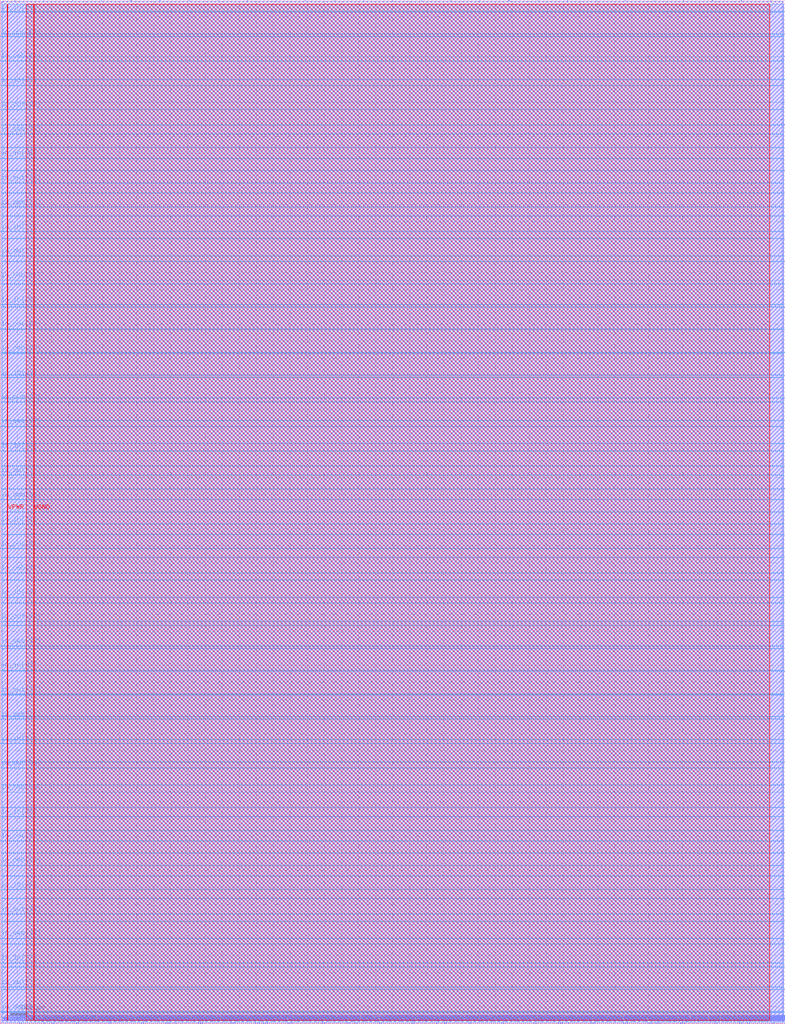
<source format=lef>
VERSION 5.7 ;
  NOWIREEXTENSIONATPIN ON ;
  DIVIDERCHAR "/" ;
  BUSBITCHARS "[]" ;
MACRO ghazi_top_dffram_csv
  CLASS BLOCK ;
  FOREIGN ghazi_top_dffram_csv ;
  ORIGIN 0.000 0.000 ;
  SIZE 2300.000 BY 3000.000 ;
  PIN io_in[0]
    DIRECTION INPUT ;
    PORT
      LAYER met3 ;
        RECT 2296.000 33.360 2300.000 33.960 ;
    END
  END io_in[0]
  PIN io_in[10]
    DIRECTION INPUT ;
    PORT
      LAYER met3 ;
        RECT 2296.000 2033.240 2300.000 2033.840 ;
    END
  END io_in[10]
  PIN io_in[11]
    DIRECTION INPUT ;
    PORT
      LAYER met3 ;
        RECT 2296.000 2233.160 2300.000 2233.760 ;
    END
  END io_in[11]
  PIN io_in[12]
    DIRECTION INPUT ;
    PORT
      LAYER met3 ;
        RECT 2296.000 2433.080 2300.000 2433.680 ;
    END
  END io_in[12]
  PIN io_in[13]
    DIRECTION INPUT ;
    PORT
      LAYER met3 ;
        RECT 2296.000 2633.000 2300.000 2633.600 ;
    END
  END io_in[13]
  PIN io_in[14]
    DIRECTION INPUT ;
    PORT
      LAYER met3 ;
        RECT 2296.000 2832.920 2300.000 2833.520 ;
    END
  END io_in[14]
  PIN io_in[15]
    DIRECTION INPUT ;
    PORT
      LAYER met2 ;
        RECT 2256.850 2996.000 2257.130 3000.000 ;
    END
  END io_in[15]
  PIN io_in[16]
    DIRECTION INPUT ;
    PORT
      LAYER met2 ;
        RECT 2001.550 2996.000 2001.830 3000.000 ;
    END
  END io_in[16]
  PIN io_in[17]
    DIRECTION INPUT ;
    PORT
      LAYER met2 ;
        RECT 1745.790 2996.000 1746.070 3000.000 ;
    END
  END io_in[17]
  PIN io_in[18]
    DIRECTION INPUT ;
    PORT
      LAYER met2 ;
        RECT 1490.490 2996.000 1490.770 3000.000 ;
    END
  END io_in[18]
  PIN io_in[19]
    DIRECTION INPUT ;
    PORT
      LAYER met2 ;
        RECT 1234.730 2996.000 1235.010 3000.000 ;
    END
  END io_in[19]
  PIN io_in[1]
    DIRECTION INPUT ;
    PORT
      LAYER met3 ;
        RECT 2296.000 233.280 2300.000 233.880 ;
    END
  END io_in[1]
  PIN io_in[20]
    DIRECTION INPUT ;
    PORT
      LAYER met2 ;
        RECT 979.430 2996.000 979.710 3000.000 ;
    END
  END io_in[20]
  PIN io_in[21]
    DIRECTION INPUT ;
    PORT
      LAYER met2 ;
        RECT 723.670 2996.000 723.950 3000.000 ;
    END
  END io_in[21]
  PIN io_in[22]
    DIRECTION INPUT ;
    PORT
      LAYER met2 ;
        RECT 467.910 2996.000 468.190 3000.000 ;
    END
  END io_in[22]
  PIN io_in[23]
    DIRECTION INPUT ;
    PORT
      LAYER met2 ;
        RECT 212.610 2996.000 212.890 3000.000 ;
    END
  END io_in[23]
  PIN io_in[24]
    DIRECTION INPUT ;
    PORT
      LAYER met3 ;
        RECT 0.000 2963.480 4.000 2964.080 ;
    END
  END io_in[24]
  PIN io_in[25]
    DIRECTION INPUT ;
    PORT
      LAYER met3 ;
        RECT 0.000 2749.280 4.000 2749.880 ;
    END
  END io_in[25]
  PIN io_in[26]
    DIRECTION INPUT ;
    PORT
      LAYER met3 ;
        RECT 0.000 2535.080 4.000 2535.680 ;
    END
  END io_in[26]
  PIN io_in[27]
    DIRECTION INPUT ;
    PORT
      LAYER met3 ;
        RECT 0.000 2320.880 4.000 2321.480 ;
    END
  END io_in[27]
  PIN io_in[28]
    DIRECTION INPUT ;
    PORT
      LAYER met3 ;
        RECT 0.000 2106.680 4.000 2107.280 ;
    END
  END io_in[28]
  PIN io_in[29]
    DIRECTION INPUT ;
    PORT
      LAYER met3 ;
        RECT 0.000 1892.480 4.000 1893.080 ;
    END
  END io_in[29]
  PIN io_in[2]
    DIRECTION INPUT ;
    PORT
      LAYER met3 ;
        RECT 2296.000 433.200 2300.000 433.800 ;
    END
  END io_in[2]
  PIN io_in[30]
    DIRECTION INPUT ;
    PORT
      LAYER met3 ;
        RECT 0.000 1678.280 4.000 1678.880 ;
    END
  END io_in[30]
  PIN io_in[31]
    DIRECTION INPUT ;
    PORT
      LAYER met3 ;
        RECT 0.000 1463.400 4.000 1464.000 ;
    END
  END io_in[31]
  PIN io_in[32]
    DIRECTION INPUT ;
    PORT
      LAYER met3 ;
        RECT 0.000 1249.200 4.000 1249.800 ;
    END
  END io_in[32]
  PIN io_in[33]
    DIRECTION INPUT ;
    PORT
      LAYER met3 ;
        RECT 0.000 1035.000 4.000 1035.600 ;
    END
  END io_in[33]
  PIN io_in[34]
    DIRECTION INPUT ;
    PORT
      LAYER met3 ;
        RECT 0.000 820.800 4.000 821.400 ;
    END
  END io_in[34]
  PIN io_in[35]
    DIRECTION INPUT ;
    PORT
      LAYER met3 ;
        RECT 0.000 606.600 4.000 607.200 ;
    END
  END io_in[35]
  PIN io_in[36]
    DIRECTION INPUT ;
    PORT
      LAYER met3 ;
        RECT 0.000 392.400 4.000 393.000 ;
    END
  END io_in[36]
  PIN io_in[37]
    DIRECTION INPUT ;
    PORT
      LAYER met3 ;
        RECT 0.000 178.200 4.000 178.800 ;
    END
  END io_in[37]
  PIN io_in[3]
    DIRECTION INPUT ;
    PORT
      LAYER met3 ;
        RECT 2296.000 633.120 2300.000 633.720 ;
    END
  END io_in[3]
  PIN io_in[4]
    DIRECTION INPUT ;
    PORT
      LAYER met3 ;
        RECT 2296.000 833.040 2300.000 833.640 ;
    END
  END io_in[4]
  PIN io_in[5]
    DIRECTION INPUT ;
    PORT
      LAYER met3 ;
        RECT 2296.000 1032.960 2300.000 1033.560 ;
    END
  END io_in[5]
  PIN io_in[6]
    DIRECTION INPUT ;
    PORT
      LAYER met3 ;
        RECT 2296.000 1232.880 2300.000 1233.480 ;
    END
  END io_in[6]
  PIN io_in[7]
    DIRECTION INPUT ;
    PORT
      LAYER met3 ;
        RECT 2296.000 1432.800 2300.000 1433.400 ;
    END
  END io_in[7]
  PIN io_in[8]
    DIRECTION INPUT ;
    PORT
      LAYER met3 ;
        RECT 2296.000 1633.400 2300.000 1634.000 ;
    END
  END io_in[8]
  PIN io_in[9]
    DIRECTION INPUT ;
    PORT
      LAYER met3 ;
        RECT 2296.000 1833.320 2300.000 1833.920 ;
    END
  END io_in[9]
  PIN io_oeb[0]
    DIRECTION OUTPUT TRISTATE ;
    PORT
      LAYER met3 ;
        RECT 2296.000 166.640 2300.000 167.240 ;
    END
  END io_oeb[0]
  PIN io_oeb[10]
    DIRECTION OUTPUT TRISTATE ;
    PORT
      LAYER met3 ;
        RECT 2296.000 2166.520 2300.000 2167.120 ;
    END
  END io_oeb[10]
  PIN io_oeb[11]
    DIRECTION OUTPUT TRISTATE ;
    PORT
      LAYER met3 ;
        RECT 2296.000 2366.440 2300.000 2367.040 ;
    END
  END io_oeb[11]
  PIN io_oeb[12]
    DIRECTION OUTPUT TRISTATE ;
    PORT
      LAYER met3 ;
        RECT 2296.000 2566.360 2300.000 2566.960 ;
    END
  END io_oeb[12]
  PIN io_oeb[13]
    DIRECTION OUTPUT TRISTATE ;
    PORT
      LAYER met3 ;
        RECT 2296.000 2766.280 2300.000 2766.880 ;
    END
  END io_oeb[13]
  PIN io_oeb[14]
    DIRECTION OUTPUT TRISTATE ;
    PORT
      LAYER met3 ;
        RECT 2296.000 2966.200 2300.000 2966.800 ;
    END
  END io_oeb[14]
  PIN io_oeb[15]
    DIRECTION OUTPUT TRISTATE ;
    PORT
      LAYER met2 ;
        RECT 2086.650 2996.000 2086.930 3000.000 ;
    END
  END io_oeb[15]
  PIN io_oeb[16]
    DIRECTION OUTPUT TRISTATE ;
    PORT
      LAYER met2 ;
        RECT 1830.890 2996.000 1831.170 3000.000 ;
    END
  END io_oeb[16]
  PIN io_oeb[17]
    DIRECTION OUTPUT TRISTATE ;
    PORT
      LAYER met2 ;
        RECT 1575.590 2996.000 1575.870 3000.000 ;
    END
  END io_oeb[17]
  PIN io_oeb[18]
    DIRECTION OUTPUT TRISTATE ;
    PORT
      LAYER met2 ;
        RECT 1319.830 2996.000 1320.110 3000.000 ;
    END
  END io_oeb[18]
  PIN io_oeb[19]
    DIRECTION OUTPUT TRISTATE ;
    PORT
      LAYER met2 ;
        RECT 1064.530 2996.000 1064.810 3000.000 ;
    END
  END io_oeb[19]
  PIN io_oeb[1]
    DIRECTION OUTPUT TRISTATE ;
    PORT
      LAYER met3 ;
        RECT 2296.000 366.560 2300.000 367.160 ;
    END
  END io_oeb[1]
  PIN io_oeb[20]
    DIRECTION OUTPUT TRISTATE ;
    PORT
      LAYER met2 ;
        RECT 808.770 2996.000 809.050 3000.000 ;
    END
  END io_oeb[20]
  PIN io_oeb[21]
    DIRECTION OUTPUT TRISTATE ;
    PORT
      LAYER met2 ;
        RECT 553.470 2996.000 553.750 3000.000 ;
    END
  END io_oeb[21]
  PIN io_oeb[22]
    DIRECTION OUTPUT TRISTATE ;
    PORT
      LAYER met2 ;
        RECT 297.710 2996.000 297.990 3000.000 ;
    END
  END io_oeb[22]
  PIN io_oeb[23]
    DIRECTION OUTPUT TRISTATE ;
    PORT
      LAYER met2 ;
        RECT 42.410 2996.000 42.690 3000.000 ;
    END
  END io_oeb[23]
  PIN io_oeb[24]
    DIRECTION OUTPUT TRISTATE ;
    PORT
      LAYER met3 ;
        RECT 0.000 2820.680 4.000 2821.280 ;
    END
  END io_oeb[24]
  PIN io_oeb[25]
    DIRECTION OUTPUT TRISTATE ;
    PORT
      LAYER met3 ;
        RECT 0.000 2606.480 4.000 2607.080 ;
    END
  END io_oeb[25]
  PIN io_oeb[26]
    DIRECTION OUTPUT TRISTATE ;
    PORT
      LAYER met3 ;
        RECT 0.000 2392.280 4.000 2392.880 ;
    END
  END io_oeb[26]
  PIN io_oeb[27]
    DIRECTION OUTPUT TRISTATE ;
    PORT
      LAYER met3 ;
        RECT 0.000 2178.080 4.000 2178.680 ;
    END
  END io_oeb[27]
  PIN io_oeb[28]
    DIRECTION OUTPUT TRISTATE ;
    PORT
      LAYER met3 ;
        RECT 0.000 1963.880 4.000 1964.480 ;
    END
  END io_oeb[28]
  PIN io_oeb[29]
    DIRECTION OUTPUT TRISTATE ;
    PORT
      LAYER met3 ;
        RECT 0.000 1749.680 4.000 1750.280 ;
    END
  END io_oeb[29]
  PIN io_oeb[2]
    DIRECTION OUTPUT TRISTATE ;
    PORT
      LAYER met3 ;
        RECT 2296.000 566.480 2300.000 567.080 ;
    END
  END io_oeb[2]
  PIN io_oeb[30]
    DIRECTION OUTPUT TRISTATE ;
    PORT
      LAYER met3 ;
        RECT 0.000 1535.480 4.000 1536.080 ;
    END
  END io_oeb[30]
  PIN io_oeb[31]
    DIRECTION OUTPUT TRISTATE ;
    PORT
      LAYER met3 ;
        RECT 0.000 1320.600 4.000 1321.200 ;
    END
  END io_oeb[31]
  PIN io_oeb[32]
    DIRECTION OUTPUT TRISTATE ;
    PORT
      LAYER met3 ;
        RECT 0.000 1106.400 4.000 1107.000 ;
    END
  END io_oeb[32]
  PIN io_oeb[33]
    DIRECTION OUTPUT TRISTATE ;
    PORT
      LAYER met3 ;
        RECT 0.000 892.200 4.000 892.800 ;
    END
  END io_oeb[33]
  PIN io_oeb[34]
    DIRECTION OUTPUT TRISTATE ;
    PORT
      LAYER met3 ;
        RECT 0.000 678.000 4.000 678.600 ;
    END
  END io_oeb[34]
  PIN io_oeb[35]
    DIRECTION OUTPUT TRISTATE ;
    PORT
      LAYER met3 ;
        RECT 0.000 463.800 4.000 464.400 ;
    END
  END io_oeb[35]
  PIN io_oeb[36]
    DIRECTION OUTPUT TRISTATE ;
    PORT
      LAYER met3 ;
        RECT 0.000 249.600 4.000 250.200 ;
    END
  END io_oeb[36]
  PIN io_oeb[37]
    DIRECTION OUTPUT TRISTATE ;
    PORT
      LAYER met3 ;
        RECT 0.000 35.400 4.000 36.000 ;
    END
  END io_oeb[37]
  PIN io_oeb[3]
    DIRECTION OUTPUT TRISTATE ;
    PORT
      LAYER met3 ;
        RECT 2296.000 766.400 2300.000 767.000 ;
    END
  END io_oeb[3]
  PIN io_oeb[4]
    DIRECTION OUTPUT TRISTATE ;
    PORT
      LAYER met3 ;
        RECT 2296.000 966.320 2300.000 966.920 ;
    END
  END io_oeb[4]
  PIN io_oeb[5]
    DIRECTION OUTPUT TRISTATE ;
    PORT
      LAYER met3 ;
        RECT 2296.000 1166.240 2300.000 1166.840 ;
    END
  END io_oeb[5]
  PIN io_oeb[6]
    DIRECTION OUTPUT TRISTATE ;
    PORT
      LAYER met3 ;
        RECT 2296.000 1366.160 2300.000 1366.760 ;
    END
  END io_oeb[6]
  PIN io_oeb[7]
    DIRECTION OUTPUT TRISTATE ;
    PORT
      LAYER met3 ;
        RECT 2296.000 1566.760 2300.000 1567.360 ;
    END
  END io_oeb[7]
  PIN io_oeb[8]
    DIRECTION OUTPUT TRISTATE ;
    PORT
      LAYER met3 ;
        RECT 2296.000 1766.680 2300.000 1767.280 ;
    END
  END io_oeb[8]
  PIN io_oeb[9]
    DIRECTION OUTPUT TRISTATE ;
    PORT
      LAYER met3 ;
        RECT 2296.000 1966.600 2300.000 1967.200 ;
    END
  END io_oeb[9]
  PIN io_out[0]
    DIRECTION OUTPUT TRISTATE ;
    PORT
      LAYER met3 ;
        RECT 2296.000 100.000 2300.000 100.600 ;
    END
  END io_out[0]
  PIN io_out[10]
    DIRECTION OUTPUT TRISTATE ;
    PORT
      LAYER met3 ;
        RECT 2296.000 2099.880 2300.000 2100.480 ;
    END
  END io_out[10]
  PIN io_out[11]
    DIRECTION OUTPUT TRISTATE ;
    PORT
      LAYER met3 ;
        RECT 2296.000 2299.800 2300.000 2300.400 ;
    END
  END io_out[11]
  PIN io_out[12]
    DIRECTION OUTPUT TRISTATE ;
    PORT
      LAYER met3 ;
        RECT 2296.000 2499.720 2300.000 2500.320 ;
    END
  END io_out[12]
  PIN io_out[13]
    DIRECTION OUTPUT TRISTATE ;
    PORT
      LAYER met3 ;
        RECT 2296.000 2699.640 2300.000 2700.240 ;
    END
  END io_out[13]
  PIN io_out[14]
    DIRECTION OUTPUT TRISTATE ;
    PORT
      LAYER met3 ;
        RECT 2296.000 2899.560 2300.000 2900.160 ;
    END
  END io_out[14]
  PIN io_out[15]
    DIRECTION OUTPUT TRISTATE ;
    PORT
      LAYER met2 ;
        RECT 2171.750 2996.000 2172.030 3000.000 ;
    END
  END io_out[15]
  PIN io_out[16]
    DIRECTION OUTPUT TRISTATE ;
    PORT
      LAYER met2 ;
        RECT 1916.450 2996.000 1916.730 3000.000 ;
    END
  END io_out[16]
  PIN io_out[17]
    DIRECTION OUTPUT TRISTATE ;
    PORT
      LAYER met2 ;
        RECT 1660.690 2996.000 1660.970 3000.000 ;
    END
  END io_out[17]
  PIN io_out[18]
    DIRECTION OUTPUT TRISTATE ;
    PORT
      LAYER met2 ;
        RECT 1404.930 2996.000 1405.210 3000.000 ;
    END
  END io_out[18]
  PIN io_out[19]
    DIRECTION OUTPUT TRISTATE ;
    PORT
      LAYER met2 ;
        RECT 1149.630 2996.000 1149.910 3000.000 ;
    END
  END io_out[19]
  PIN io_out[1]
    DIRECTION OUTPUT TRISTATE ;
    PORT
      LAYER met3 ;
        RECT 2296.000 299.920 2300.000 300.520 ;
    END
  END io_out[1]
  PIN io_out[20]
    DIRECTION OUTPUT TRISTATE ;
    PORT
      LAYER met2 ;
        RECT 893.870 2996.000 894.150 3000.000 ;
    END
  END io_out[20]
  PIN io_out[21]
    DIRECTION OUTPUT TRISTATE ;
    PORT
      LAYER met2 ;
        RECT 638.570 2996.000 638.850 3000.000 ;
    END
  END io_out[21]
  PIN io_out[22]
    DIRECTION OUTPUT TRISTATE ;
    PORT
      LAYER met2 ;
        RECT 382.810 2996.000 383.090 3000.000 ;
    END
  END io_out[22]
  PIN io_out[23]
    DIRECTION OUTPUT TRISTATE ;
    PORT
      LAYER met2 ;
        RECT 127.510 2996.000 127.790 3000.000 ;
    END
  END io_out[23]
  PIN io_out[24]
    DIRECTION OUTPUT TRISTATE ;
    PORT
      LAYER met3 ;
        RECT 0.000 2892.080 4.000 2892.680 ;
    END
  END io_out[24]
  PIN io_out[25]
    DIRECTION OUTPUT TRISTATE ;
    PORT
      LAYER met3 ;
        RECT 0.000 2677.880 4.000 2678.480 ;
    END
  END io_out[25]
  PIN io_out[26]
    DIRECTION OUTPUT TRISTATE ;
    PORT
      LAYER met3 ;
        RECT 0.000 2463.680 4.000 2464.280 ;
    END
  END io_out[26]
  PIN io_out[27]
    DIRECTION OUTPUT TRISTATE ;
    PORT
      LAYER met3 ;
        RECT 0.000 2249.480 4.000 2250.080 ;
    END
  END io_out[27]
  PIN io_out[28]
    DIRECTION OUTPUT TRISTATE ;
    PORT
      LAYER met3 ;
        RECT 0.000 2035.280 4.000 2035.880 ;
    END
  END io_out[28]
  PIN io_out[29]
    DIRECTION OUTPUT TRISTATE ;
    PORT
      LAYER met3 ;
        RECT 0.000 1821.080 4.000 1821.680 ;
    END
  END io_out[29]
  PIN io_out[2]
    DIRECTION OUTPUT TRISTATE ;
    PORT
      LAYER met3 ;
        RECT 2296.000 499.840 2300.000 500.440 ;
    END
  END io_out[2]
  PIN io_out[30]
    DIRECTION OUTPUT TRISTATE ;
    PORT
      LAYER met3 ;
        RECT 0.000 1606.880 4.000 1607.480 ;
    END
  END io_out[30]
  PIN io_out[31]
    DIRECTION OUTPUT TRISTATE ;
    PORT
      LAYER met3 ;
        RECT 0.000 1392.000 4.000 1392.600 ;
    END
  END io_out[31]
  PIN io_out[32]
    DIRECTION OUTPUT TRISTATE ;
    PORT
      LAYER met3 ;
        RECT 0.000 1177.800 4.000 1178.400 ;
    END
  END io_out[32]
  PIN io_out[33]
    DIRECTION OUTPUT TRISTATE ;
    PORT
      LAYER met3 ;
        RECT 0.000 963.600 4.000 964.200 ;
    END
  END io_out[33]
  PIN io_out[34]
    DIRECTION OUTPUT TRISTATE ;
    PORT
      LAYER met3 ;
        RECT 0.000 749.400 4.000 750.000 ;
    END
  END io_out[34]
  PIN io_out[35]
    DIRECTION OUTPUT TRISTATE ;
    PORT
      LAYER met3 ;
        RECT 0.000 535.200 4.000 535.800 ;
    END
  END io_out[35]
  PIN io_out[36]
    DIRECTION OUTPUT TRISTATE ;
    PORT
      LAYER met3 ;
        RECT 0.000 321.000 4.000 321.600 ;
    END
  END io_out[36]
  PIN io_out[37]
    DIRECTION OUTPUT TRISTATE ;
    PORT
      LAYER met3 ;
        RECT 0.000 106.800 4.000 107.400 ;
    END
  END io_out[37]
  PIN io_out[3]
    DIRECTION OUTPUT TRISTATE ;
    PORT
      LAYER met3 ;
        RECT 2296.000 699.760 2300.000 700.360 ;
    END
  END io_out[3]
  PIN io_out[4]
    DIRECTION OUTPUT TRISTATE ;
    PORT
      LAYER met3 ;
        RECT 2296.000 899.680 2300.000 900.280 ;
    END
  END io_out[4]
  PIN io_out[5]
    DIRECTION OUTPUT TRISTATE ;
    PORT
      LAYER met3 ;
        RECT 2296.000 1099.600 2300.000 1100.200 ;
    END
  END io_out[5]
  PIN io_out[6]
    DIRECTION OUTPUT TRISTATE ;
    PORT
      LAYER met3 ;
        RECT 2296.000 1299.520 2300.000 1300.120 ;
    END
  END io_out[6]
  PIN io_out[7]
    DIRECTION OUTPUT TRISTATE ;
    PORT
      LAYER met3 ;
        RECT 2296.000 1499.440 2300.000 1500.040 ;
    END
  END io_out[7]
  PIN io_out[8]
    DIRECTION OUTPUT TRISTATE ;
    PORT
      LAYER met3 ;
        RECT 2296.000 1700.040 2300.000 1700.640 ;
    END
  END io_out[8]
  PIN io_out[9]
    DIRECTION OUTPUT TRISTATE ;
    PORT
      LAYER met3 ;
        RECT 2296.000 1899.960 2300.000 1900.560 ;
    END
  END io_out[9]
  PIN la_data_in[0]
    DIRECTION INPUT ;
    PORT
      LAYER met2 ;
        RECT 14.350 0.000 14.630 4.000 ;
    END
  END la_data_in[0]
  PIN la_data_in[100]
    DIRECTION INPUT ;
    PORT
      LAYER met2 ;
        RECT 1801.910 0.000 1802.190 4.000 ;
    END
  END la_data_in[100]
  PIN la_data_in[101]
    DIRECTION INPUT ;
    PORT
      LAYER met2 ;
        RECT 1819.850 0.000 1820.130 4.000 ;
    END
  END la_data_in[101]
  PIN la_data_in[102]
    DIRECTION INPUT ;
    PORT
      LAYER met2 ;
        RECT 1837.790 0.000 1838.070 4.000 ;
    END
  END la_data_in[102]
  PIN la_data_in[103]
    DIRECTION INPUT ;
    PORT
      LAYER met2 ;
        RECT 1855.730 0.000 1856.010 4.000 ;
    END
  END la_data_in[103]
  PIN la_data_in[104]
    DIRECTION INPUT ;
    PORT
      LAYER met2 ;
        RECT 1873.670 0.000 1873.950 4.000 ;
    END
  END la_data_in[104]
  PIN la_data_in[105]
    DIRECTION INPUT ;
    PORT
      LAYER met2 ;
        RECT 1891.610 0.000 1891.890 4.000 ;
    END
  END la_data_in[105]
  PIN la_data_in[106]
    DIRECTION INPUT ;
    PORT
      LAYER met2 ;
        RECT 1909.550 0.000 1909.830 4.000 ;
    END
  END la_data_in[106]
  PIN la_data_in[107]
    DIRECTION INPUT ;
    PORT
      LAYER met2 ;
        RECT 1927.030 0.000 1927.310 4.000 ;
    END
  END la_data_in[107]
  PIN la_data_in[108]
    DIRECTION INPUT ;
    PORT
      LAYER met2 ;
        RECT 1944.970 0.000 1945.250 4.000 ;
    END
  END la_data_in[108]
  PIN la_data_in[109]
    DIRECTION INPUT ;
    PORT
      LAYER met2 ;
        RECT 1962.910 0.000 1963.190 4.000 ;
    END
  END la_data_in[109]
  PIN la_data_in[10]
    DIRECTION INPUT ;
    PORT
      LAYER met2 ;
        RECT 193.290 0.000 193.570 4.000 ;
    END
  END la_data_in[10]
  PIN la_data_in[110]
    DIRECTION INPUT ;
    PORT
      LAYER met2 ;
        RECT 1980.850 0.000 1981.130 4.000 ;
    END
  END la_data_in[110]
  PIN la_data_in[111]
    DIRECTION INPUT ;
    PORT
      LAYER met2 ;
        RECT 1998.790 0.000 1999.070 4.000 ;
    END
  END la_data_in[111]
  PIN la_data_in[112]
    DIRECTION INPUT ;
    PORT
      LAYER met2 ;
        RECT 2016.730 0.000 2017.010 4.000 ;
    END
  END la_data_in[112]
  PIN la_data_in[113]
    DIRECTION INPUT ;
    PORT
      LAYER met2 ;
        RECT 2034.670 0.000 2034.950 4.000 ;
    END
  END la_data_in[113]
  PIN la_data_in[114]
    DIRECTION INPUT ;
    PORT
      LAYER met2 ;
        RECT 2052.150 0.000 2052.430 4.000 ;
    END
  END la_data_in[114]
  PIN la_data_in[115]
    DIRECTION INPUT ;
    PORT
      LAYER met2 ;
        RECT 2070.090 0.000 2070.370 4.000 ;
    END
  END la_data_in[115]
  PIN la_data_in[116]
    DIRECTION INPUT ;
    PORT
      LAYER met2 ;
        RECT 2088.030 0.000 2088.310 4.000 ;
    END
  END la_data_in[116]
  PIN la_data_in[117]
    DIRECTION INPUT ;
    PORT
      LAYER met2 ;
        RECT 2105.970 0.000 2106.250 4.000 ;
    END
  END la_data_in[117]
  PIN la_data_in[118]
    DIRECTION INPUT ;
    PORT
      LAYER met2 ;
        RECT 2123.910 0.000 2124.190 4.000 ;
    END
  END la_data_in[118]
  PIN la_data_in[119]
    DIRECTION INPUT ;
    PORT
      LAYER met2 ;
        RECT 2141.850 0.000 2142.130 4.000 ;
    END
  END la_data_in[119]
  PIN la_data_in[11]
    DIRECTION INPUT ;
    PORT
      LAYER met2 ;
        RECT 211.230 0.000 211.510 4.000 ;
    END
  END la_data_in[11]
  PIN la_data_in[120]
    DIRECTION INPUT ;
    PORT
      LAYER met2 ;
        RECT 2159.790 0.000 2160.070 4.000 ;
    END
  END la_data_in[120]
  PIN la_data_in[121]
    DIRECTION INPUT ;
    PORT
      LAYER met2 ;
        RECT 2177.270 0.000 2177.550 4.000 ;
    END
  END la_data_in[121]
  PIN la_data_in[122]
    DIRECTION INPUT ;
    PORT
      LAYER met2 ;
        RECT 2195.210 0.000 2195.490 4.000 ;
    END
  END la_data_in[122]
  PIN la_data_in[123]
    DIRECTION INPUT ;
    PORT
      LAYER met2 ;
        RECT 2213.150 0.000 2213.430 4.000 ;
    END
  END la_data_in[123]
  PIN la_data_in[124]
    DIRECTION INPUT ;
    PORT
      LAYER met2 ;
        RECT 2231.090 0.000 2231.370 4.000 ;
    END
  END la_data_in[124]
  PIN la_data_in[125]
    DIRECTION INPUT ;
    PORT
      LAYER met2 ;
        RECT 2249.030 0.000 2249.310 4.000 ;
    END
  END la_data_in[125]
  PIN la_data_in[126]
    DIRECTION INPUT ;
    PORT
      LAYER met2 ;
        RECT 2266.970 0.000 2267.250 4.000 ;
    END
  END la_data_in[126]
  PIN la_data_in[127]
    DIRECTION INPUT ;
    PORT
      LAYER met2 ;
        RECT 2284.910 0.000 2285.190 4.000 ;
    END
  END la_data_in[127]
  PIN la_data_in[12]
    DIRECTION INPUT ;
    PORT
      LAYER met2 ;
        RECT 229.170 0.000 229.450 4.000 ;
    END
  END la_data_in[12]
  PIN la_data_in[13]
    DIRECTION INPUT ;
    PORT
      LAYER met2 ;
        RECT 247.110 0.000 247.390 4.000 ;
    END
  END la_data_in[13]
  PIN la_data_in[14]
    DIRECTION INPUT ;
    PORT
      LAYER met2 ;
        RECT 264.590 0.000 264.870 4.000 ;
    END
  END la_data_in[14]
  PIN la_data_in[15]
    DIRECTION INPUT ;
    PORT
      LAYER met2 ;
        RECT 282.530 0.000 282.810 4.000 ;
    END
  END la_data_in[15]
  PIN la_data_in[16]
    DIRECTION INPUT ;
    PORT
      LAYER met2 ;
        RECT 300.470 0.000 300.750 4.000 ;
    END
  END la_data_in[16]
  PIN la_data_in[17]
    DIRECTION INPUT ;
    PORT
      LAYER met2 ;
        RECT 318.410 0.000 318.690 4.000 ;
    END
  END la_data_in[17]
  PIN la_data_in[18]
    DIRECTION INPUT ;
    PORT
      LAYER met2 ;
        RECT 336.350 0.000 336.630 4.000 ;
    END
  END la_data_in[18]
  PIN la_data_in[19]
    DIRECTION INPUT ;
    PORT
      LAYER met2 ;
        RECT 354.290 0.000 354.570 4.000 ;
    END
  END la_data_in[19]
  PIN la_data_in[1]
    DIRECTION INPUT ;
    PORT
      LAYER met2 ;
        RECT 32.290 0.000 32.570 4.000 ;
    END
  END la_data_in[1]
  PIN la_data_in[20]
    DIRECTION INPUT ;
    PORT
      LAYER met2 ;
        RECT 372.230 0.000 372.510 4.000 ;
    END
  END la_data_in[20]
  PIN la_data_in[21]
    DIRECTION INPUT ;
    PORT
      LAYER met2 ;
        RECT 389.710 0.000 389.990 4.000 ;
    END
  END la_data_in[21]
  PIN la_data_in[22]
    DIRECTION INPUT ;
    PORT
      LAYER met2 ;
        RECT 407.650 0.000 407.930 4.000 ;
    END
  END la_data_in[22]
  PIN la_data_in[23]
    DIRECTION INPUT ;
    PORT
      LAYER met2 ;
        RECT 425.590 0.000 425.870 4.000 ;
    END
  END la_data_in[23]
  PIN la_data_in[24]
    DIRECTION INPUT ;
    PORT
      LAYER met2 ;
        RECT 443.530 0.000 443.810 4.000 ;
    END
  END la_data_in[24]
  PIN la_data_in[25]
    DIRECTION INPUT ;
    PORT
      LAYER met2 ;
        RECT 461.470 0.000 461.750 4.000 ;
    END
  END la_data_in[25]
  PIN la_data_in[26]
    DIRECTION INPUT ;
    PORT
      LAYER met2 ;
        RECT 479.410 0.000 479.690 4.000 ;
    END
  END la_data_in[26]
  PIN la_data_in[27]
    DIRECTION INPUT ;
    PORT
      LAYER met2 ;
        RECT 497.350 0.000 497.630 4.000 ;
    END
  END la_data_in[27]
  PIN la_data_in[28]
    DIRECTION INPUT ;
    PORT
      LAYER met2 ;
        RECT 514.830 0.000 515.110 4.000 ;
    END
  END la_data_in[28]
  PIN la_data_in[29]
    DIRECTION INPUT ;
    PORT
      LAYER met2 ;
        RECT 532.770 0.000 533.050 4.000 ;
    END
  END la_data_in[29]
  PIN la_data_in[2]
    DIRECTION INPUT ;
    PORT
      LAYER met2 ;
        RECT 50.230 0.000 50.510 4.000 ;
    END
  END la_data_in[2]
  PIN la_data_in[30]
    DIRECTION INPUT ;
    PORT
      LAYER met2 ;
        RECT 550.710 0.000 550.990 4.000 ;
    END
  END la_data_in[30]
  PIN la_data_in[31]
    DIRECTION INPUT ;
    PORT
      LAYER met2 ;
        RECT 568.650 0.000 568.930 4.000 ;
    END
  END la_data_in[31]
  PIN la_data_in[32]
    DIRECTION INPUT ;
    PORT
      LAYER met2 ;
        RECT 586.590 0.000 586.870 4.000 ;
    END
  END la_data_in[32]
  PIN la_data_in[33]
    DIRECTION INPUT ;
    PORT
      LAYER met2 ;
        RECT 604.530 0.000 604.810 4.000 ;
    END
  END la_data_in[33]
  PIN la_data_in[34]
    DIRECTION INPUT ;
    PORT
      LAYER met2 ;
        RECT 622.470 0.000 622.750 4.000 ;
    END
  END la_data_in[34]
  PIN la_data_in[35]
    DIRECTION INPUT ;
    PORT
      LAYER met2 ;
        RECT 640.410 0.000 640.690 4.000 ;
    END
  END la_data_in[35]
  PIN la_data_in[36]
    DIRECTION INPUT ;
    PORT
      LAYER met2 ;
        RECT 657.890 0.000 658.170 4.000 ;
    END
  END la_data_in[36]
  PIN la_data_in[37]
    DIRECTION INPUT ;
    PORT
      LAYER met2 ;
        RECT 675.830 0.000 676.110 4.000 ;
    END
  END la_data_in[37]
  PIN la_data_in[38]
    DIRECTION INPUT ;
    PORT
      LAYER met2 ;
        RECT 693.770 0.000 694.050 4.000 ;
    END
  END la_data_in[38]
  PIN la_data_in[39]
    DIRECTION INPUT ;
    PORT
      LAYER met2 ;
        RECT 711.710 0.000 711.990 4.000 ;
    END
  END la_data_in[39]
  PIN la_data_in[3]
    DIRECTION INPUT ;
    PORT
      LAYER met2 ;
        RECT 68.170 0.000 68.450 4.000 ;
    END
  END la_data_in[3]
  PIN la_data_in[40]
    DIRECTION INPUT ;
    PORT
      LAYER met2 ;
        RECT 729.650 0.000 729.930 4.000 ;
    END
  END la_data_in[40]
  PIN la_data_in[41]
    DIRECTION INPUT ;
    PORT
      LAYER met2 ;
        RECT 747.590 0.000 747.870 4.000 ;
    END
  END la_data_in[41]
  PIN la_data_in[42]
    DIRECTION INPUT ;
    PORT
      LAYER met2 ;
        RECT 765.530 0.000 765.810 4.000 ;
    END
  END la_data_in[42]
  PIN la_data_in[43]
    DIRECTION INPUT ;
    PORT
      LAYER met2 ;
        RECT 783.010 0.000 783.290 4.000 ;
    END
  END la_data_in[43]
  PIN la_data_in[44]
    DIRECTION INPUT ;
    PORT
      LAYER met2 ;
        RECT 800.950 0.000 801.230 4.000 ;
    END
  END la_data_in[44]
  PIN la_data_in[45]
    DIRECTION INPUT ;
    PORT
      LAYER met2 ;
        RECT 818.890 0.000 819.170 4.000 ;
    END
  END la_data_in[45]
  PIN la_data_in[46]
    DIRECTION INPUT ;
    PORT
      LAYER met2 ;
        RECT 836.830 0.000 837.110 4.000 ;
    END
  END la_data_in[46]
  PIN la_data_in[47]
    DIRECTION INPUT ;
    PORT
      LAYER met2 ;
        RECT 854.770 0.000 855.050 4.000 ;
    END
  END la_data_in[47]
  PIN la_data_in[48]
    DIRECTION INPUT ;
    PORT
      LAYER met2 ;
        RECT 872.710 0.000 872.990 4.000 ;
    END
  END la_data_in[48]
  PIN la_data_in[49]
    DIRECTION INPUT ;
    PORT
      LAYER met2 ;
        RECT 890.650 0.000 890.930 4.000 ;
    END
  END la_data_in[49]
  PIN la_data_in[4]
    DIRECTION INPUT ;
    PORT
      LAYER met2 ;
        RECT 86.110 0.000 86.390 4.000 ;
    END
  END la_data_in[4]
  PIN la_data_in[50]
    DIRECTION INPUT ;
    PORT
      LAYER met2 ;
        RECT 908.130 0.000 908.410 4.000 ;
    END
  END la_data_in[50]
  PIN la_data_in[51]
    DIRECTION INPUT ;
    PORT
      LAYER met2 ;
        RECT 926.070 0.000 926.350 4.000 ;
    END
  END la_data_in[51]
  PIN la_data_in[52]
    DIRECTION INPUT ;
    PORT
      LAYER met2 ;
        RECT 944.010 0.000 944.290 4.000 ;
    END
  END la_data_in[52]
  PIN la_data_in[53]
    DIRECTION INPUT ;
    PORT
      LAYER met2 ;
        RECT 961.950 0.000 962.230 4.000 ;
    END
  END la_data_in[53]
  PIN la_data_in[54]
    DIRECTION INPUT ;
    PORT
      LAYER met2 ;
        RECT 979.890 0.000 980.170 4.000 ;
    END
  END la_data_in[54]
  PIN la_data_in[55]
    DIRECTION INPUT ;
    PORT
      LAYER met2 ;
        RECT 997.830 0.000 998.110 4.000 ;
    END
  END la_data_in[55]
  PIN la_data_in[56]
    DIRECTION INPUT ;
    PORT
      LAYER met2 ;
        RECT 1015.770 0.000 1016.050 4.000 ;
    END
  END la_data_in[56]
  PIN la_data_in[57]
    DIRECTION INPUT ;
    PORT
      LAYER met2 ;
        RECT 1033.250 0.000 1033.530 4.000 ;
    END
  END la_data_in[57]
  PIN la_data_in[58]
    DIRECTION INPUT ;
    PORT
      LAYER met2 ;
        RECT 1051.190 0.000 1051.470 4.000 ;
    END
  END la_data_in[58]
  PIN la_data_in[59]
    DIRECTION INPUT ;
    PORT
      LAYER met2 ;
        RECT 1069.130 0.000 1069.410 4.000 ;
    END
  END la_data_in[59]
  PIN la_data_in[5]
    DIRECTION INPUT ;
    PORT
      LAYER met2 ;
        RECT 104.050 0.000 104.330 4.000 ;
    END
  END la_data_in[5]
  PIN la_data_in[60]
    DIRECTION INPUT ;
    PORT
      LAYER met2 ;
        RECT 1087.070 0.000 1087.350 4.000 ;
    END
  END la_data_in[60]
  PIN la_data_in[61]
    DIRECTION INPUT ;
    PORT
      LAYER met2 ;
        RECT 1105.010 0.000 1105.290 4.000 ;
    END
  END la_data_in[61]
  PIN la_data_in[62]
    DIRECTION INPUT ;
    PORT
      LAYER met2 ;
        RECT 1122.950 0.000 1123.230 4.000 ;
    END
  END la_data_in[62]
  PIN la_data_in[63]
    DIRECTION INPUT ;
    PORT
      LAYER met2 ;
        RECT 1140.890 0.000 1141.170 4.000 ;
    END
  END la_data_in[63]
  PIN la_data_in[64]
    DIRECTION INPUT ;
    PORT
      LAYER met2 ;
        RECT 1158.370 0.000 1158.650 4.000 ;
    END
  END la_data_in[64]
  PIN la_data_in[65]
    DIRECTION INPUT ;
    PORT
      LAYER met2 ;
        RECT 1176.310 0.000 1176.590 4.000 ;
    END
  END la_data_in[65]
  PIN la_data_in[66]
    DIRECTION INPUT ;
    PORT
      LAYER met2 ;
        RECT 1194.250 0.000 1194.530 4.000 ;
    END
  END la_data_in[66]
  PIN la_data_in[67]
    DIRECTION INPUT ;
    PORT
      LAYER met2 ;
        RECT 1212.190 0.000 1212.470 4.000 ;
    END
  END la_data_in[67]
  PIN la_data_in[68]
    DIRECTION INPUT ;
    PORT
      LAYER met2 ;
        RECT 1230.130 0.000 1230.410 4.000 ;
    END
  END la_data_in[68]
  PIN la_data_in[69]
    DIRECTION INPUT ;
    PORT
      LAYER met2 ;
        RECT 1248.070 0.000 1248.350 4.000 ;
    END
  END la_data_in[69]
  PIN la_data_in[6]
    DIRECTION INPUT ;
    PORT
      LAYER met2 ;
        RECT 121.990 0.000 122.270 4.000 ;
    END
  END la_data_in[6]
  PIN la_data_in[70]
    DIRECTION INPUT ;
    PORT
      LAYER met2 ;
        RECT 1266.010 0.000 1266.290 4.000 ;
    END
  END la_data_in[70]
  PIN la_data_in[71]
    DIRECTION INPUT ;
    PORT
      LAYER met2 ;
        RECT 1283.490 0.000 1283.770 4.000 ;
    END
  END la_data_in[71]
  PIN la_data_in[72]
    DIRECTION INPUT ;
    PORT
      LAYER met2 ;
        RECT 1301.430 0.000 1301.710 4.000 ;
    END
  END la_data_in[72]
  PIN la_data_in[73]
    DIRECTION INPUT ;
    PORT
      LAYER met2 ;
        RECT 1319.370 0.000 1319.650 4.000 ;
    END
  END la_data_in[73]
  PIN la_data_in[74]
    DIRECTION INPUT ;
    PORT
      LAYER met2 ;
        RECT 1337.310 0.000 1337.590 4.000 ;
    END
  END la_data_in[74]
  PIN la_data_in[75]
    DIRECTION INPUT ;
    PORT
      LAYER met2 ;
        RECT 1355.250 0.000 1355.530 4.000 ;
    END
  END la_data_in[75]
  PIN la_data_in[76]
    DIRECTION INPUT ;
    PORT
      LAYER met2 ;
        RECT 1373.190 0.000 1373.470 4.000 ;
    END
  END la_data_in[76]
  PIN la_data_in[77]
    DIRECTION INPUT ;
    PORT
      LAYER met2 ;
        RECT 1391.130 0.000 1391.410 4.000 ;
    END
  END la_data_in[77]
  PIN la_data_in[78]
    DIRECTION INPUT ;
    PORT
      LAYER met2 ;
        RECT 1408.610 0.000 1408.890 4.000 ;
    END
  END la_data_in[78]
  PIN la_data_in[79]
    DIRECTION INPUT ;
    PORT
      LAYER met2 ;
        RECT 1426.550 0.000 1426.830 4.000 ;
    END
  END la_data_in[79]
  PIN la_data_in[7]
    DIRECTION INPUT ;
    PORT
      LAYER met2 ;
        RECT 139.470 0.000 139.750 4.000 ;
    END
  END la_data_in[7]
  PIN la_data_in[80]
    DIRECTION INPUT ;
    PORT
      LAYER met2 ;
        RECT 1444.490 0.000 1444.770 4.000 ;
    END
  END la_data_in[80]
  PIN la_data_in[81]
    DIRECTION INPUT ;
    PORT
      LAYER met2 ;
        RECT 1462.430 0.000 1462.710 4.000 ;
    END
  END la_data_in[81]
  PIN la_data_in[82]
    DIRECTION INPUT ;
    PORT
      LAYER met2 ;
        RECT 1480.370 0.000 1480.650 4.000 ;
    END
  END la_data_in[82]
  PIN la_data_in[83]
    DIRECTION INPUT ;
    PORT
      LAYER met2 ;
        RECT 1498.310 0.000 1498.590 4.000 ;
    END
  END la_data_in[83]
  PIN la_data_in[84]
    DIRECTION INPUT ;
    PORT
      LAYER met2 ;
        RECT 1516.250 0.000 1516.530 4.000 ;
    END
  END la_data_in[84]
  PIN la_data_in[85]
    DIRECTION INPUT ;
    PORT
      LAYER met2 ;
        RECT 1534.190 0.000 1534.470 4.000 ;
    END
  END la_data_in[85]
  PIN la_data_in[86]
    DIRECTION INPUT ;
    PORT
      LAYER met2 ;
        RECT 1551.670 0.000 1551.950 4.000 ;
    END
  END la_data_in[86]
  PIN la_data_in[87]
    DIRECTION INPUT ;
    PORT
      LAYER met2 ;
        RECT 1569.610 0.000 1569.890 4.000 ;
    END
  END la_data_in[87]
  PIN la_data_in[88]
    DIRECTION INPUT ;
    PORT
      LAYER met2 ;
        RECT 1587.550 0.000 1587.830 4.000 ;
    END
  END la_data_in[88]
  PIN la_data_in[89]
    DIRECTION INPUT ;
    PORT
      LAYER met2 ;
        RECT 1605.490 0.000 1605.770 4.000 ;
    END
  END la_data_in[89]
  PIN la_data_in[8]
    DIRECTION INPUT ;
    PORT
      LAYER met2 ;
        RECT 157.410 0.000 157.690 4.000 ;
    END
  END la_data_in[8]
  PIN la_data_in[90]
    DIRECTION INPUT ;
    PORT
      LAYER met2 ;
        RECT 1623.430 0.000 1623.710 4.000 ;
    END
  END la_data_in[90]
  PIN la_data_in[91]
    DIRECTION INPUT ;
    PORT
      LAYER met2 ;
        RECT 1641.370 0.000 1641.650 4.000 ;
    END
  END la_data_in[91]
  PIN la_data_in[92]
    DIRECTION INPUT ;
    PORT
      LAYER met2 ;
        RECT 1659.310 0.000 1659.590 4.000 ;
    END
  END la_data_in[92]
  PIN la_data_in[93]
    DIRECTION INPUT ;
    PORT
      LAYER met2 ;
        RECT 1676.790 0.000 1677.070 4.000 ;
    END
  END la_data_in[93]
  PIN la_data_in[94]
    DIRECTION INPUT ;
    PORT
      LAYER met2 ;
        RECT 1694.730 0.000 1695.010 4.000 ;
    END
  END la_data_in[94]
  PIN la_data_in[95]
    DIRECTION INPUT ;
    PORT
      LAYER met2 ;
        RECT 1712.670 0.000 1712.950 4.000 ;
    END
  END la_data_in[95]
  PIN la_data_in[96]
    DIRECTION INPUT ;
    PORT
      LAYER met2 ;
        RECT 1730.610 0.000 1730.890 4.000 ;
    END
  END la_data_in[96]
  PIN la_data_in[97]
    DIRECTION INPUT ;
    PORT
      LAYER met2 ;
        RECT 1748.550 0.000 1748.830 4.000 ;
    END
  END la_data_in[97]
  PIN la_data_in[98]
    DIRECTION INPUT ;
    PORT
      LAYER met2 ;
        RECT 1766.490 0.000 1766.770 4.000 ;
    END
  END la_data_in[98]
  PIN la_data_in[99]
    DIRECTION INPUT ;
    PORT
      LAYER met2 ;
        RECT 1784.430 0.000 1784.710 4.000 ;
    END
  END la_data_in[99]
  PIN la_data_in[9]
    DIRECTION INPUT ;
    PORT
      LAYER met2 ;
        RECT 175.350 0.000 175.630 4.000 ;
    END
  END la_data_in[9]
  PIN la_data_out[0]
    DIRECTION OUTPUT TRISTATE ;
    PORT
      LAYER met2 ;
        RECT 20.330 0.000 20.610 4.000 ;
    END
  END la_data_out[0]
  PIN la_data_out[100]
    DIRECTION OUTPUT TRISTATE ;
    PORT
      LAYER met2 ;
        RECT 1807.890 0.000 1808.170 4.000 ;
    END
  END la_data_out[100]
  PIN la_data_out[101]
    DIRECTION OUTPUT TRISTATE ;
    PORT
      LAYER met2 ;
        RECT 1825.830 0.000 1826.110 4.000 ;
    END
  END la_data_out[101]
  PIN la_data_out[102]
    DIRECTION OUTPUT TRISTATE ;
    PORT
      LAYER met2 ;
        RECT 1843.770 0.000 1844.050 4.000 ;
    END
  END la_data_out[102]
  PIN la_data_out[103]
    DIRECTION OUTPUT TRISTATE ;
    PORT
      LAYER met2 ;
        RECT 1861.710 0.000 1861.990 4.000 ;
    END
  END la_data_out[103]
  PIN la_data_out[104]
    DIRECTION OUTPUT TRISTATE ;
    PORT
      LAYER met2 ;
        RECT 1879.650 0.000 1879.930 4.000 ;
    END
  END la_data_out[104]
  PIN la_data_out[105]
    DIRECTION OUTPUT TRISTATE ;
    PORT
      LAYER met2 ;
        RECT 1897.590 0.000 1897.870 4.000 ;
    END
  END la_data_out[105]
  PIN la_data_out[106]
    DIRECTION OUTPUT TRISTATE ;
    PORT
      LAYER met2 ;
        RECT 1915.530 0.000 1915.810 4.000 ;
    END
  END la_data_out[106]
  PIN la_data_out[107]
    DIRECTION OUTPUT TRISTATE ;
    PORT
      LAYER met2 ;
        RECT 1933.010 0.000 1933.290 4.000 ;
    END
  END la_data_out[107]
  PIN la_data_out[108]
    DIRECTION OUTPUT TRISTATE ;
    PORT
      LAYER met2 ;
        RECT 1950.950 0.000 1951.230 4.000 ;
    END
  END la_data_out[108]
  PIN la_data_out[109]
    DIRECTION OUTPUT TRISTATE ;
    PORT
      LAYER met2 ;
        RECT 1968.890 0.000 1969.170 4.000 ;
    END
  END la_data_out[109]
  PIN la_data_out[10]
    DIRECTION OUTPUT TRISTATE ;
    PORT
      LAYER met2 ;
        RECT 199.270 0.000 199.550 4.000 ;
    END
  END la_data_out[10]
  PIN la_data_out[110]
    DIRECTION OUTPUT TRISTATE ;
    PORT
      LAYER met2 ;
        RECT 1986.830 0.000 1987.110 4.000 ;
    END
  END la_data_out[110]
  PIN la_data_out[111]
    DIRECTION OUTPUT TRISTATE ;
    PORT
      LAYER met2 ;
        RECT 2004.770 0.000 2005.050 4.000 ;
    END
  END la_data_out[111]
  PIN la_data_out[112]
    DIRECTION OUTPUT TRISTATE ;
    PORT
      LAYER met2 ;
        RECT 2022.710 0.000 2022.990 4.000 ;
    END
  END la_data_out[112]
  PIN la_data_out[113]
    DIRECTION OUTPUT TRISTATE ;
    PORT
      LAYER met2 ;
        RECT 2040.650 0.000 2040.930 4.000 ;
    END
  END la_data_out[113]
  PIN la_data_out[114]
    DIRECTION OUTPUT TRISTATE ;
    PORT
      LAYER met2 ;
        RECT 2058.130 0.000 2058.410 4.000 ;
    END
  END la_data_out[114]
  PIN la_data_out[115]
    DIRECTION OUTPUT TRISTATE ;
    PORT
      LAYER met2 ;
        RECT 2076.070 0.000 2076.350 4.000 ;
    END
  END la_data_out[115]
  PIN la_data_out[116]
    DIRECTION OUTPUT TRISTATE ;
    PORT
      LAYER met2 ;
        RECT 2094.010 0.000 2094.290 4.000 ;
    END
  END la_data_out[116]
  PIN la_data_out[117]
    DIRECTION OUTPUT TRISTATE ;
    PORT
      LAYER met2 ;
        RECT 2111.950 0.000 2112.230 4.000 ;
    END
  END la_data_out[117]
  PIN la_data_out[118]
    DIRECTION OUTPUT TRISTATE ;
    PORT
      LAYER met2 ;
        RECT 2129.890 0.000 2130.170 4.000 ;
    END
  END la_data_out[118]
  PIN la_data_out[119]
    DIRECTION OUTPUT TRISTATE ;
    PORT
      LAYER met2 ;
        RECT 2147.830 0.000 2148.110 4.000 ;
    END
  END la_data_out[119]
  PIN la_data_out[11]
    DIRECTION OUTPUT TRISTATE ;
    PORT
      LAYER met2 ;
        RECT 217.210 0.000 217.490 4.000 ;
    END
  END la_data_out[11]
  PIN la_data_out[120]
    DIRECTION OUTPUT TRISTATE ;
    PORT
      LAYER met2 ;
        RECT 2165.770 0.000 2166.050 4.000 ;
    END
  END la_data_out[120]
  PIN la_data_out[121]
    DIRECTION OUTPUT TRISTATE ;
    PORT
      LAYER met2 ;
        RECT 2183.250 0.000 2183.530 4.000 ;
    END
  END la_data_out[121]
  PIN la_data_out[122]
    DIRECTION OUTPUT TRISTATE ;
    PORT
      LAYER met2 ;
        RECT 2201.190 0.000 2201.470 4.000 ;
    END
  END la_data_out[122]
  PIN la_data_out[123]
    DIRECTION OUTPUT TRISTATE ;
    PORT
      LAYER met2 ;
        RECT 2219.130 0.000 2219.410 4.000 ;
    END
  END la_data_out[123]
  PIN la_data_out[124]
    DIRECTION OUTPUT TRISTATE ;
    PORT
      LAYER met2 ;
        RECT 2237.070 0.000 2237.350 4.000 ;
    END
  END la_data_out[124]
  PIN la_data_out[125]
    DIRECTION OUTPUT TRISTATE ;
    PORT
      LAYER met2 ;
        RECT 2255.010 0.000 2255.290 4.000 ;
    END
  END la_data_out[125]
  PIN la_data_out[126]
    DIRECTION OUTPUT TRISTATE ;
    PORT
      LAYER met2 ;
        RECT 2272.950 0.000 2273.230 4.000 ;
    END
  END la_data_out[126]
  PIN la_data_out[127]
    DIRECTION OUTPUT TRISTATE ;
    PORT
      LAYER met2 ;
        RECT 2290.890 0.000 2291.170 4.000 ;
    END
  END la_data_out[127]
  PIN la_data_out[12]
    DIRECTION OUTPUT TRISTATE ;
    PORT
      LAYER met2 ;
        RECT 235.150 0.000 235.430 4.000 ;
    END
  END la_data_out[12]
  PIN la_data_out[13]
    DIRECTION OUTPUT TRISTATE ;
    PORT
      LAYER met2 ;
        RECT 253.090 0.000 253.370 4.000 ;
    END
  END la_data_out[13]
  PIN la_data_out[14]
    DIRECTION OUTPUT TRISTATE ;
    PORT
      LAYER met2 ;
        RECT 270.570 0.000 270.850 4.000 ;
    END
  END la_data_out[14]
  PIN la_data_out[15]
    DIRECTION OUTPUT TRISTATE ;
    PORT
      LAYER met2 ;
        RECT 288.510 0.000 288.790 4.000 ;
    END
  END la_data_out[15]
  PIN la_data_out[16]
    DIRECTION OUTPUT TRISTATE ;
    PORT
      LAYER met2 ;
        RECT 306.450 0.000 306.730 4.000 ;
    END
  END la_data_out[16]
  PIN la_data_out[17]
    DIRECTION OUTPUT TRISTATE ;
    PORT
      LAYER met2 ;
        RECT 324.390 0.000 324.670 4.000 ;
    END
  END la_data_out[17]
  PIN la_data_out[18]
    DIRECTION OUTPUT TRISTATE ;
    PORT
      LAYER met2 ;
        RECT 342.330 0.000 342.610 4.000 ;
    END
  END la_data_out[18]
  PIN la_data_out[19]
    DIRECTION OUTPUT TRISTATE ;
    PORT
      LAYER met2 ;
        RECT 360.270 0.000 360.550 4.000 ;
    END
  END la_data_out[19]
  PIN la_data_out[1]
    DIRECTION OUTPUT TRISTATE ;
    PORT
      LAYER met2 ;
        RECT 38.270 0.000 38.550 4.000 ;
    END
  END la_data_out[1]
  PIN la_data_out[20]
    DIRECTION OUTPUT TRISTATE ;
    PORT
      LAYER met2 ;
        RECT 378.210 0.000 378.490 4.000 ;
    END
  END la_data_out[20]
  PIN la_data_out[21]
    DIRECTION OUTPUT TRISTATE ;
    PORT
      LAYER met2 ;
        RECT 395.690 0.000 395.970 4.000 ;
    END
  END la_data_out[21]
  PIN la_data_out[22]
    DIRECTION OUTPUT TRISTATE ;
    PORT
      LAYER met2 ;
        RECT 413.630 0.000 413.910 4.000 ;
    END
  END la_data_out[22]
  PIN la_data_out[23]
    DIRECTION OUTPUT TRISTATE ;
    PORT
      LAYER met2 ;
        RECT 431.570 0.000 431.850 4.000 ;
    END
  END la_data_out[23]
  PIN la_data_out[24]
    DIRECTION OUTPUT TRISTATE ;
    PORT
      LAYER met2 ;
        RECT 449.510 0.000 449.790 4.000 ;
    END
  END la_data_out[24]
  PIN la_data_out[25]
    DIRECTION OUTPUT TRISTATE ;
    PORT
      LAYER met2 ;
        RECT 467.450 0.000 467.730 4.000 ;
    END
  END la_data_out[25]
  PIN la_data_out[26]
    DIRECTION OUTPUT TRISTATE ;
    PORT
      LAYER met2 ;
        RECT 485.390 0.000 485.670 4.000 ;
    END
  END la_data_out[26]
  PIN la_data_out[27]
    DIRECTION OUTPUT TRISTATE ;
    PORT
      LAYER met2 ;
        RECT 503.330 0.000 503.610 4.000 ;
    END
  END la_data_out[27]
  PIN la_data_out[28]
    DIRECTION OUTPUT TRISTATE ;
    PORT
      LAYER met2 ;
        RECT 520.810 0.000 521.090 4.000 ;
    END
  END la_data_out[28]
  PIN la_data_out[29]
    DIRECTION OUTPUT TRISTATE ;
    PORT
      LAYER met2 ;
        RECT 538.750 0.000 539.030 4.000 ;
    END
  END la_data_out[29]
  PIN la_data_out[2]
    DIRECTION OUTPUT TRISTATE ;
    PORT
      LAYER met2 ;
        RECT 56.210 0.000 56.490 4.000 ;
    END
  END la_data_out[2]
  PIN la_data_out[30]
    DIRECTION OUTPUT TRISTATE ;
    PORT
      LAYER met2 ;
        RECT 556.690 0.000 556.970 4.000 ;
    END
  END la_data_out[30]
  PIN la_data_out[31]
    DIRECTION OUTPUT TRISTATE ;
    PORT
      LAYER met2 ;
        RECT 574.630 0.000 574.910 4.000 ;
    END
  END la_data_out[31]
  PIN la_data_out[32]
    DIRECTION OUTPUT TRISTATE ;
    PORT
      LAYER met2 ;
        RECT 592.570 0.000 592.850 4.000 ;
    END
  END la_data_out[32]
  PIN la_data_out[33]
    DIRECTION OUTPUT TRISTATE ;
    PORT
      LAYER met2 ;
        RECT 610.510 0.000 610.790 4.000 ;
    END
  END la_data_out[33]
  PIN la_data_out[34]
    DIRECTION OUTPUT TRISTATE ;
    PORT
      LAYER met2 ;
        RECT 628.450 0.000 628.730 4.000 ;
    END
  END la_data_out[34]
  PIN la_data_out[35]
    DIRECTION OUTPUT TRISTATE ;
    PORT
      LAYER met2 ;
        RECT 645.930 0.000 646.210 4.000 ;
    END
  END la_data_out[35]
  PIN la_data_out[36]
    DIRECTION OUTPUT TRISTATE ;
    PORT
      LAYER met2 ;
        RECT 663.870 0.000 664.150 4.000 ;
    END
  END la_data_out[36]
  PIN la_data_out[37]
    DIRECTION OUTPUT TRISTATE ;
    PORT
      LAYER met2 ;
        RECT 681.810 0.000 682.090 4.000 ;
    END
  END la_data_out[37]
  PIN la_data_out[38]
    DIRECTION OUTPUT TRISTATE ;
    PORT
      LAYER met2 ;
        RECT 699.750 0.000 700.030 4.000 ;
    END
  END la_data_out[38]
  PIN la_data_out[39]
    DIRECTION OUTPUT TRISTATE ;
    PORT
      LAYER met2 ;
        RECT 717.690 0.000 717.970 4.000 ;
    END
  END la_data_out[39]
  PIN la_data_out[3]
    DIRECTION OUTPUT TRISTATE ;
    PORT
      LAYER met2 ;
        RECT 74.150 0.000 74.430 4.000 ;
    END
  END la_data_out[3]
  PIN la_data_out[40]
    DIRECTION OUTPUT TRISTATE ;
    PORT
      LAYER met2 ;
        RECT 735.630 0.000 735.910 4.000 ;
    END
  END la_data_out[40]
  PIN la_data_out[41]
    DIRECTION OUTPUT TRISTATE ;
    PORT
      LAYER met2 ;
        RECT 753.570 0.000 753.850 4.000 ;
    END
  END la_data_out[41]
  PIN la_data_out[42]
    DIRECTION OUTPUT TRISTATE ;
    PORT
      LAYER met2 ;
        RECT 771.050 0.000 771.330 4.000 ;
    END
  END la_data_out[42]
  PIN la_data_out[43]
    DIRECTION OUTPUT TRISTATE ;
    PORT
      LAYER met2 ;
        RECT 788.990 0.000 789.270 4.000 ;
    END
  END la_data_out[43]
  PIN la_data_out[44]
    DIRECTION OUTPUT TRISTATE ;
    PORT
      LAYER met2 ;
        RECT 806.930 0.000 807.210 4.000 ;
    END
  END la_data_out[44]
  PIN la_data_out[45]
    DIRECTION OUTPUT TRISTATE ;
    PORT
      LAYER met2 ;
        RECT 824.870 0.000 825.150 4.000 ;
    END
  END la_data_out[45]
  PIN la_data_out[46]
    DIRECTION OUTPUT TRISTATE ;
    PORT
      LAYER met2 ;
        RECT 842.810 0.000 843.090 4.000 ;
    END
  END la_data_out[46]
  PIN la_data_out[47]
    DIRECTION OUTPUT TRISTATE ;
    PORT
      LAYER met2 ;
        RECT 860.750 0.000 861.030 4.000 ;
    END
  END la_data_out[47]
  PIN la_data_out[48]
    DIRECTION OUTPUT TRISTATE ;
    PORT
      LAYER met2 ;
        RECT 878.690 0.000 878.970 4.000 ;
    END
  END la_data_out[48]
  PIN la_data_out[49]
    DIRECTION OUTPUT TRISTATE ;
    PORT
      LAYER met2 ;
        RECT 896.630 0.000 896.910 4.000 ;
    END
  END la_data_out[49]
  PIN la_data_out[4]
    DIRECTION OUTPUT TRISTATE ;
    PORT
      LAYER met2 ;
        RECT 92.090 0.000 92.370 4.000 ;
    END
  END la_data_out[4]
  PIN la_data_out[50]
    DIRECTION OUTPUT TRISTATE ;
    PORT
      LAYER met2 ;
        RECT 914.110 0.000 914.390 4.000 ;
    END
  END la_data_out[50]
  PIN la_data_out[51]
    DIRECTION OUTPUT TRISTATE ;
    PORT
      LAYER met2 ;
        RECT 932.050 0.000 932.330 4.000 ;
    END
  END la_data_out[51]
  PIN la_data_out[52]
    DIRECTION OUTPUT TRISTATE ;
    PORT
      LAYER met2 ;
        RECT 949.990 0.000 950.270 4.000 ;
    END
  END la_data_out[52]
  PIN la_data_out[53]
    DIRECTION OUTPUT TRISTATE ;
    PORT
      LAYER met2 ;
        RECT 967.930 0.000 968.210 4.000 ;
    END
  END la_data_out[53]
  PIN la_data_out[54]
    DIRECTION OUTPUT TRISTATE ;
    PORT
      LAYER met2 ;
        RECT 985.870 0.000 986.150 4.000 ;
    END
  END la_data_out[54]
  PIN la_data_out[55]
    DIRECTION OUTPUT TRISTATE ;
    PORT
      LAYER met2 ;
        RECT 1003.810 0.000 1004.090 4.000 ;
    END
  END la_data_out[55]
  PIN la_data_out[56]
    DIRECTION OUTPUT TRISTATE ;
    PORT
      LAYER met2 ;
        RECT 1021.750 0.000 1022.030 4.000 ;
    END
  END la_data_out[56]
  PIN la_data_out[57]
    DIRECTION OUTPUT TRISTATE ;
    PORT
      LAYER met2 ;
        RECT 1039.230 0.000 1039.510 4.000 ;
    END
  END la_data_out[57]
  PIN la_data_out[58]
    DIRECTION OUTPUT TRISTATE ;
    PORT
      LAYER met2 ;
        RECT 1057.170 0.000 1057.450 4.000 ;
    END
  END la_data_out[58]
  PIN la_data_out[59]
    DIRECTION OUTPUT TRISTATE ;
    PORT
      LAYER met2 ;
        RECT 1075.110 0.000 1075.390 4.000 ;
    END
  END la_data_out[59]
  PIN la_data_out[5]
    DIRECTION OUTPUT TRISTATE ;
    PORT
      LAYER met2 ;
        RECT 110.030 0.000 110.310 4.000 ;
    END
  END la_data_out[5]
  PIN la_data_out[60]
    DIRECTION OUTPUT TRISTATE ;
    PORT
      LAYER met2 ;
        RECT 1093.050 0.000 1093.330 4.000 ;
    END
  END la_data_out[60]
  PIN la_data_out[61]
    DIRECTION OUTPUT TRISTATE ;
    PORT
      LAYER met2 ;
        RECT 1110.990 0.000 1111.270 4.000 ;
    END
  END la_data_out[61]
  PIN la_data_out[62]
    DIRECTION OUTPUT TRISTATE ;
    PORT
      LAYER met2 ;
        RECT 1128.930 0.000 1129.210 4.000 ;
    END
  END la_data_out[62]
  PIN la_data_out[63]
    DIRECTION OUTPUT TRISTATE ;
    PORT
      LAYER met2 ;
        RECT 1146.870 0.000 1147.150 4.000 ;
    END
  END la_data_out[63]
  PIN la_data_out[64]
    DIRECTION OUTPUT TRISTATE ;
    PORT
      LAYER met2 ;
        RECT 1164.350 0.000 1164.630 4.000 ;
    END
  END la_data_out[64]
  PIN la_data_out[65]
    DIRECTION OUTPUT TRISTATE ;
    PORT
      LAYER met2 ;
        RECT 1182.290 0.000 1182.570 4.000 ;
    END
  END la_data_out[65]
  PIN la_data_out[66]
    DIRECTION OUTPUT TRISTATE ;
    PORT
      LAYER met2 ;
        RECT 1200.230 0.000 1200.510 4.000 ;
    END
  END la_data_out[66]
  PIN la_data_out[67]
    DIRECTION OUTPUT TRISTATE ;
    PORT
      LAYER met2 ;
        RECT 1218.170 0.000 1218.450 4.000 ;
    END
  END la_data_out[67]
  PIN la_data_out[68]
    DIRECTION OUTPUT TRISTATE ;
    PORT
      LAYER met2 ;
        RECT 1236.110 0.000 1236.390 4.000 ;
    END
  END la_data_out[68]
  PIN la_data_out[69]
    DIRECTION OUTPUT TRISTATE ;
    PORT
      LAYER met2 ;
        RECT 1254.050 0.000 1254.330 4.000 ;
    END
  END la_data_out[69]
  PIN la_data_out[6]
    DIRECTION OUTPUT TRISTATE ;
    PORT
      LAYER met2 ;
        RECT 127.970 0.000 128.250 4.000 ;
    END
  END la_data_out[6]
  PIN la_data_out[70]
    DIRECTION OUTPUT TRISTATE ;
    PORT
      LAYER met2 ;
        RECT 1271.990 0.000 1272.270 4.000 ;
    END
  END la_data_out[70]
  PIN la_data_out[71]
    DIRECTION OUTPUT TRISTATE ;
    PORT
      LAYER met2 ;
        RECT 1289.470 0.000 1289.750 4.000 ;
    END
  END la_data_out[71]
  PIN la_data_out[72]
    DIRECTION OUTPUT TRISTATE ;
    PORT
      LAYER met2 ;
        RECT 1307.410 0.000 1307.690 4.000 ;
    END
  END la_data_out[72]
  PIN la_data_out[73]
    DIRECTION OUTPUT TRISTATE ;
    PORT
      LAYER met2 ;
        RECT 1325.350 0.000 1325.630 4.000 ;
    END
  END la_data_out[73]
  PIN la_data_out[74]
    DIRECTION OUTPUT TRISTATE ;
    PORT
      LAYER met2 ;
        RECT 1343.290 0.000 1343.570 4.000 ;
    END
  END la_data_out[74]
  PIN la_data_out[75]
    DIRECTION OUTPUT TRISTATE ;
    PORT
      LAYER met2 ;
        RECT 1361.230 0.000 1361.510 4.000 ;
    END
  END la_data_out[75]
  PIN la_data_out[76]
    DIRECTION OUTPUT TRISTATE ;
    PORT
      LAYER met2 ;
        RECT 1379.170 0.000 1379.450 4.000 ;
    END
  END la_data_out[76]
  PIN la_data_out[77]
    DIRECTION OUTPUT TRISTATE ;
    PORT
      LAYER met2 ;
        RECT 1397.110 0.000 1397.390 4.000 ;
    END
  END la_data_out[77]
  PIN la_data_out[78]
    DIRECTION OUTPUT TRISTATE ;
    PORT
      LAYER met2 ;
        RECT 1414.590 0.000 1414.870 4.000 ;
    END
  END la_data_out[78]
  PIN la_data_out[79]
    DIRECTION OUTPUT TRISTATE ;
    PORT
      LAYER met2 ;
        RECT 1432.530 0.000 1432.810 4.000 ;
    END
  END la_data_out[79]
  PIN la_data_out[7]
    DIRECTION OUTPUT TRISTATE ;
    PORT
      LAYER met2 ;
        RECT 145.450 0.000 145.730 4.000 ;
    END
  END la_data_out[7]
  PIN la_data_out[80]
    DIRECTION OUTPUT TRISTATE ;
    PORT
      LAYER met2 ;
        RECT 1450.470 0.000 1450.750 4.000 ;
    END
  END la_data_out[80]
  PIN la_data_out[81]
    DIRECTION OUTPUT TRISTATE ;
    PORT
      LAYER met2 ;
        RECT 1468.410 0.000 1468.690 4.000 ;
    END
  END la_data_out[81]
  PIN la_data_out[82]
    DIRECTION OUTPUT TRISTATE ;
    PORT
      LAYER met2 ;
        RECT 1486.350 0.000 1486.630 4.000 ;
    END
  END la_data_out[82]
  PIN la_data_out[83]
    DIRECTION OUTPUT TRISTATE ;
    PORT
      LAYER met2 ;
        RECT 1504.290 0.000 1504.570 4.000 ;
    END
  END la_data_out[83]
  PIN la_data_out[84]
    DIRECTION OUTPUT TRISTATE ;
    PORT
      LAYER met2 ;
        RECT 1522.230 0.000 1522.510 4.000 ;
    END
  END la_data_out[84]
  PIN la_data_out[85]
    DIRECTION OUTPUT TRISTATE ;
    PORT
      LAYER met2 ;
        RECT 1539.710 0.000 1539.990 4.000 ;
    END
  END la_data_out[85]
  PIN la_data_out[86]
    DIRECTION OUTPUT TRISTATE ;
    PORT
      LAYER met2 ;
        RECT 1557.650 0.000 1557.930 4.000 ;
    END
  END la_data_out[86]
  PIN la_data_out[87]
    DIRECTION OUTPUT TRISTATE ;
    PORT
      LAYER met2 ;
        RECT 1575.590 0.000 1575.870 4.000 ;
    END
  END la_data_out[87]
  PIN la_data_out[88]
    DIRECTION OUTPUT TRISTATE ;
    PORT
      LAYER met2 ;
        RECT 1593.530 0.000 1593.810 4.000 ;
    END
  END la_data_out[88]
  PIN la_data_out[89]
    DIRECTION OUTPUT TRISTATE ;
    PORT
      LAYER met2 ;
        RECT 1611.470 0.000 1611.750 4.000 ;
    END
  END la_data_out[89]
  PIN la_data_out[8]
    DIRECTION OUTPUT TRISTATE ;
    PORT
      LAYER met2 ;
        RECT 163.390 0.000 163.670 4.000 ;
    END
  END la_data_out[8]
  PIN la_data_out[90]
    DIRECTION OUTPUT TRISTATE ;
    PORT
      LAYER met2 ;
        RECT 1629.410 0.000 1629.690 4.000 ;
    END
  END la_data_out[90]
  PIN la_data_out[91]
    DIRECTION OUTPUT TRISTATE ;
    PORT
      LAYER met2 ;
        RECT 1647.350 0.000 1647.630 4.000 ;
    END
  END la_data_out[91]
  PIN la_data_out[92]
    DIRECTION OUTPUT TRISTATE ;
    PORT
      LAYER met2 ;
        RECT 1664.830 0.000 1665.110 4.000 ;
    END
  END la_data_out[92]
  PIN la_data_out[93]
    DIRECTION OUTPUT TRISTATE ;
    PORT
      LAYER met2 ;
        RECT 1682.770 0.000 1683.050 4.000 ;
    END
  END la_data_out[93]
  PIN la_data_out[94]
    DIRECTION OUTPUT TRISTATE ;
    PORT
      LAYER met2 ;
        RECT 1700.710 0.000 1700.990 4.000 ;
    END
  END la_data_out[94]
  PIN la_data_out[95]
    DIRECTION OUTPUT TRISTATE ;
    PORT
      LAYER met2 ;
        RECT 1718.650 0.000 1718.930 4.000 ;
    END
  END la_data_out[95]
  PIN la_data_out[96]
    DIRECTION OUTPUT TRISTATE ;
    PORT
      LAYER met2 ;
        RECT 1736.590 0.000 1736.870 4.000 ;
    END
  END la_data_out[96]
  PIN la_data_out[97]
    DIRECTION OUTPUT TRISTATE ;
    PORT
      LAYER met2 ;
        RECT 1754.530 0.000 1754.810 4.000 ;
    END
  END la_data_out[97]
  PIN la_data_out[98]
    DIRECTION OUTPUT TRISTATE ;
    PORT
      LAYER met2 ;
        RECT 1772.470 0.000 1772.750 4.000 ;
    END
  END la_data_out[98]
  PIN la_data_out[99]
    DIRECTION OUTPUT TRISTATE ;
    PORT
      LAYER met2 ;
        RECT 1790.410 0.000 1790.690 4.000 ;
    END
  END la_data_out[99]
  PIN la_data_out[9]
    DIRECTION OUTPUT TRISTATE ;
    PORT
      LAYER met2 ;
        RECT 181.330 0.000 181.610 4.000 ;
    END
  END la_data_out[9]
  PIN la_oen[0]
    DIRECTION INPUT ;
    PORT
      LAYER met2 ;
        RECT 26.310 0.000 26.590 4.000 ;
    END
  END la_oen[0]
  PIN la_oen[100]
    DIRECTION INPUT ;
    PORT
      LAYER met2 ;
        RECT 1813.870 0.000 1814.150 4.000 ;
    END
  END la_oen[100]
  PIN la_oen[101]
    DIRECTION INPUT ;
    PORT
      LAYER met2 ;
        RECT 1831.810 0.000 1832.090 4.000 ;
    END
  END la_oen[101]
  PIN la_oen[102]
    DIRECTION INPUT ;
    PORT
      LAYER met2 ;
        RECT 1849.750 0.000 1850.030 4.000 ;
    END
  END la_oen[102]
  PIN la_oen[103]
    DIRECTION INPUT ;
    PORT
      LAYER met2 ;
        RECT 1867.690 0.000 1867.970 4.000 ;
    END
  END la_oen[103]
  PIN la_oen[104]
    DIRECTION INPUT ;
    PORT
      LAYER met2 ;
        RECT 1885.630 0.000 1885.910 4.000 ;
    END
  END la_oen[104]
  PIN la_oen[105]
    DIRECTION INPUT ;
    PORT
      LAYER met2 ;
        RECT 1903.570 0.000 1903.850 4.000 ;
    END
  END la_oen[105]
  PIN la_oen[106]
    DIRECTION INPUT ;
    PORT
      LAYER met2 ;
        RECT 1921.050 0.000 1921.330 4.000 ;
    END
  END la_oen[106]
  PIN la_oen[107]
    DIRECTION INPUT ;
    PORT
      LAYER met2 ;
        RECT 1938.990 0.000 1939.270 4.000 ;
    END
  END la_oen[107]
  PIN la_oen[108]
    DIRECTION INPUT ;
    PORT
      LAYER met2 ;
        RECT 1956.930 0.000 1957.210 4.000 ;
    END
  END la_oen[108]
  PIN la_oen[109]
    DIRECTION INPUT ;
    PORT
      LAYER met2 ;
        RECT 1974.870 0.000 1975.150 4.000 ;
    END
  END la_oen[109]
  PIN la_oen[10]
    DIRECTION INPUT ;
    PORT
      LAYER met2 ;
        RECT 205.250 0.000 205.530 4.000 ;
    END
  END la_oen[10]
  PIN la_oen[110]
    DIRECTION INPUT ;
    PORT
      LAYER met2 ;
        RECT 1992.810 0.000 1993.090 4.000 ;
    END
  END la_oen[110]
  PIN la_oen[111]
    DIRECTION INPUT ;
    PORT
      LAYER met2 ;
        RECT 2010.750 0.000 2011.030 4.000 ;
    END
  END la_oen[111]
  PIN la_oen[112]
    DIRECTION INPUT ;
    PORT
      LAYER met2 ;
        RECT 2028.690 0.000 2028.970 4.000 ;
    END
  END la_oen[112]
  PIN la_oen[113]
    DIRECTION INPUT ;
    PORT
      LAYER met2 ;
        RECT 2046.630 0.000 2046.910 4.000 ;
    END
  END la_oen[113]
  PIN la_oen[114]
    DIRECTION INPUT ;
    PORT
      LAYER met2 ;
        RECT 2064.110 0.000 2064.390 4.000 ;
    END
  END la_oen[114]
  PIN la_oen[115]
    DIRECTION INPUT ;
    PORT
      LAYER met2 ;
        RECT 2082.050 0.000 2082.330 4.000 ;
    END
  END la_oen[115]
  PIN la_oen[116]
    DIRECTION INPUT ;
    PORT
      LAYER met2 ;
        RECT 2099.990 0.000 2100.270 4.000 ;
    END
  END la_oen[116]
  PIN la_oen[117]
    DIRECTION INPUT ;
    PORT
      LAYER met2 ;
        RECT 2117.930 0.000 2118.210 4.000 ;
    END
  END la_oen[117]
  PIN la_oen[118]
    DIRECTION INPUT ;
    PORT
      LAYER met2 ;
        RECT 2135.870 0.000 2136.150 4.000 ;
    END
  END la_oen[118]
  PIN la_oen[119]
    DIRECTION INPUT ;
    PORT
      LAYER met2 ;
        RECT 2153.810 0.000 2154.090 4.000 ;
    END
  END la_oen[119]
  PIN la_oen[11]
    DIRECTION INPUT ;
    PORT
      LAYER met2 ;
        RECT 223.190 0.000 223.470 4.000 ;
    END
  END la_oen[11]
  PIN la_oen[120]
    DIRECTION INPUT ;
    PORT
      LAYER met2 ;
        RECT 2171.750 0.000 2172.030 4.000 ;
    END
  END la_oen[120]
  PIN la_oen[121]
    DIRECTION INPUT ;
    PORT
      LAYER met2 ;
        RECT 2189.230 0.000 2189.510 4.000 ;
    END
  END la_oen[121]
  PIN la_oen[122]
    DIRECTION INPUT ;
    PORT
      LAYER met2 ;
        RECT 2207.170 0.000 2207.450 4.000 ;
    END
  END la_oen[122]
  PIN la_oen[123]
    DIRECTION INPUT ;
    PORT
      LAYER met2 ;
        RECT 2225.110 0.000 2225.390 4.000 ;
    END
  END la_oen[123]
  PIN la_oen[124]
    DIRECTION INPUT ;
    PORT
      LAYER met2 ;
        RECT 2243.050 0.000 2243.330 4.000 ;
    END
  END la_oen[124]
  PIN la_oen[125]
    DIRECTION INPUT ;
    PORT
      LAYER met2 ;
        RECT 2260.990 0.000 2261.270 4.000 ;
    END
  END la_oen[125]
  PIN la_oen[126]
    DIRECTION INPUT ;
    PORT
      LAYER met2 ;
        RECT 2278.930 0.000 2279.210 4.000 ;
    END
  END la_oen[126]
  PIN la_oen[127]
    DIRECTION INPUT ;
    PORT
      LAYER met2 ;
        RECT 2296.870 0.000 2297.150 4.000 ;
    END
  END la_oen[127]
  PIN la_oen[12]
    DIRECTION INPUT ;
    PORT
      LAYER met2 ;
        RECT 241.130 0.000 241.410 4.000 ;
    END
  END la_oen[12]
  PIN la_oen[13]
    DIRECTION INPUT ;
    PORT
      LAYER met2 ;
        RECT 258.610 0.000 258.890 4.000 ;
    END
  END la_oen[13]
  PIN la_oen[14]
    DIRECTION INPUT ;
    PORT
      LAYER met2 ;
        RECT 276.550 0.000 276.830 4.000 ;
    END
  END la_oen[14]
  PIN la_oen[15]
    DIRECTION INPUT ;
    PORT
      LAYER met2 ;
        RECT 294.490 0.000 294.770 4.000 ;
    END
  END la_oen[15]
  PIN la_oen[16]
    DIRECTION INPUT ;
    PORT
      LAYER met2 ;
        RECT 312.430 0.000 312.710 4.000 ;
    END
  END la_oen[16]
  PIN la_oen[17]
    DIRECTION INPUT ;
    PORT
      LAYER met2 ;
        RECT 330.370 0.000 330.650 4.000 ;
    END
  END la_oen[17]
  PIN la_oen[18]
    DIRECTION INPUT ;
    PORT
      LAYER met2 ;
        RECT 348.310 0.000 348.590 4.000 ;
    END
  END la_oen[18]
  PIN la_oen[19]
    DIRECTION INPUT ;
    PORT
      LAYER met2 ;
        RECT 366.250 0.000 366.530 4.000 ;
    END
  END la_oen[19]
  PIN la_oen[1]
    DIRECTION INPUT ;
    PORT
      LAYER met2 ;
        RECT 44.250 0.000 44.530 4.000 ;
    END
  END la_oen[1]
  PIN la_oen[20]
    DIRECTION INPUT ;
    PORT
      LAYER met2 ;
        RECT 384.190 0.000 384.470 4.000 ;
    END
  END la_oen[20]
  PIN la_oen[21]
    DIRECTION INPUT ;
    PORT
      LAYER met2 ;
        RECT 401.670 0.000 401.950 4.000 ;
    END
  END la_oen[21]
  PIN la_oen[22]
    DIRECTION INPUT ;
    PORT
      LAYER met2 ;
        RECT 419.610 0.000 419.890 4.000 ;
    END
  END la_oen[22]
  PIN la_oen[23]
    DIRECTION INPUT ;
    PORT
      LAYER met2 ;
        RECT 437.550 0.000 437.830 4.000 ;
    END
  END la_oen[23]
  PIN la_oen[24]
    DIRECTION INPUT ;
    PORT
      LAYER met2 ;
        RECT 455.490 0.000 455.770 4.000 ;
    END
  END la_oen[24]
  PIN la_oen[25]
    DIRECTION INPUT ;
    PORT
      LAYER met2 ;
        RECT 473.430 0.000 473.710 4.000 ;
    END
  END la_oen[25]
  PIN la_oen[26]
    DIRECTION INPUT ;
    PORT
      LAYER met2 ;
        RECT 491.370 0.000 491.650 4.000 ;
    END
  END la_oen[26]
  PIN la_oen[27]
    DIRECTION INPUT ;
    PORT
      LAYER met2 ;
        RECT 509.310 0.000 509.590 4.000 ;
    END
  END la_oen[27]
  PIN la_oen[28]
    DIRECTION INPUT ;
    PORT
      LAYER met2 ;
        RECT 526.790 0.000 527.070 4.000 ;
    END
  END la_oen[28]
  PIN la_oen[29]
    DIRECTION INPUT ;
    PORT
      LAYER met2 ;
        RECT 544.730 0.000 545.010 4.000 ;
    END
  END la_oen[29]
  PIN la_oen[2]
    DIRECTION INPUT ;
    PORT
      LAYER met2 ;
        RECT 62.190 0.000 62.470 4.000 ;
    END
  END la_oen[2]
  PIN la_oen[30]
    DIRECTION INPUT ;
    PORT
      LAYER met2 ;
        RECT 562.670 0.000 562.950 4.000 ;
    END
  END la_oen[30]
  PIN la_oen[31]
    DIRECTION INPUT ;
    PORT
      LAYER met2 ;
        RECT 580.610 0.000 580.890 4.000 ;
    END
  END la_oen[31]
  PIN la_oen[32]
    DIRECTION INPUT ;
    PORT
      LAYER met2 ;
        RECT 598.550 0.000 598.830 4.000 ;
    END
  END la_oen[32]
  PIN la_oen[33]
    DIRECTION INPUT ;
    PORT
      LAYER met2 ;
        RECT 616.490 0.000 616.770 4.000 ;
    END
  END la_oen[33]
  PIN la_oen[34]
    DIRECTION INPUT ;
    PORT
      LAYER met2 ;
        RECT 634.430 0.000 634.710 4.000 ;
    END
  END la_oen[34]
  PIN la_oen[35]
    DIRECTION INPUT ;
    PORT
      LAYER met2 ;
        RECT 651.910 0.000 652.190 4.000 ;
    END
  END la_oen[35]
  PIN la_oen[36]
    DIRECTION INPUT ;
    PORT
      LAYER met2 ;
        RECT 669.850 0.000 670.130 4.000 ;
    END
  END la_oen[36]
  PIN la_oen[37]
    DIRECTION INPUT ;
    PORT
      LAYER met2 ;
        RECT 687.790 0.000 688.070 4.000 ;
    END
  END la_oen[37]
  PIN la_oen[38]
    DIRECTION INPUT ;
    PORT
      LAYER met2 ;
        RECT 705.730 0.000 706.010 4.000 ;
    END
  END la_oen[38]
  PIN la_oen[39]
    DIRECTION INPUT ;
    PORT
      LAYER met2 ;
        RECT 723.670 0.000 723.950 4.000 ;
    END
  END la_oen[39]
  PIN la_oen[3]
    DIRECTION INPUT ;
    PORT
      LAYER met2 ;
        RECT 80.130 0.000 80.410 4.000 ;
    END
  END la_oen[3]
  PIN la_oen[40]
    DIRECTION INPUT ;
    PORT
      LAYER met2 ;
        RECT 741.610 0.000 741.890 4.000 ;
    END
  END la_oen[40]
  PIN la_oen[41]
    DIRECTION INPUT ;
    PORT
      LAYER met2 ;
        RECT 759.550 0.000 759.830 4.000 ;
    END
  END la_oen[41]
  PIN la_oen[42]
    DIRECTION INPUT ;
    PORT
      LAYER met2 ;
        RECT 777.030 0.000 777.310 4.000 ;
    END
  END la_oen[42]
  PIN la_oen[43]
    DIRECTION INPUT ;
    PORT
      LAYER met2 ;
        RECT 794.970 0.000 795.250 4.000 ;
    END
  END la_oen[43]
  PIN la_oen[44]
    DIRECTION INPUT ;
    PORT
      LAYER met2 ;
        RECT 812.910 0.000 813.190 4.000 ;
    END
  END la_oen[44]
  PIN la_oen[45]
    DIRECTION INPUT ;
    PORT
      LAYER met2 ;
        RECT 830.850 0.000 831.130 4.000 ;
    END
  END la_oen[45]
  PIN la_oen[46]
    DIRECTION INPUT ;
    PORT
      LAYER met2 ;
        RECT 848.790 0.000 849.070 4.000 ;
    END
  END la_oen[46]
  PIN la_oen[47]
    DIRECTION INPUT ;
    PORT
      LAYER met2 ;
        RECT 866.730 0.000 867.010 4.000 ;
    END
  END la_oen[47]
  PIN la_oen[48]
    DIRECTION INPUT ;
    PORT
      LAYER met2 ;
        RECT 884.670 0.000 884.950 4.000 ;
    END
  END la_oen[48]
  PIN la_oen[49]
    DIRECTION INPUT ;
    PORT
      LAYER met2 ;
        RECT 902.150 0.000 902.430 4.000 ;
    END
  END la_oen[49]
  PIN la_oen[4]
    DIRECTION INPUT ;
    PORT
      LAYER met2 ;
        RECT 98.070 0.000 98.350 4.000 ;
    END
  END la_oen[4]
  PIN la_oen[50]
    DIRECTION INPUT ;
    PORT
      LAYER met2 ;
        RECT 920.090 0.000 920.370 4.000 ;
    END
  END la_oen[50]
  PIN la_oen[51]
    DIRECTION INPUT ;
    PORT
      LAYER met2 ;
        RECT 938.030 0.000 938.310 4.000 ;
    END
  END la_oen[51]
  PIN la_oen[52]
    DIRECTION INPUT ;
    PORT
      LAYER met2 ;
        RECT 955.970 0.000 956.250 4.000 ;
    END
  END la_oen[52]
  PIN la_oen[53]
    DIRECTION INPUT ;
    PORT
      LAYER met2 ;
        RECT 973.910 0.000 974.190 4.000 ;
    END
  END la_oen[53]
  PIN la_oen[54]
    DIRECTION INPUT ;
    PORT
      LAYER met2 ;
        RECT 991.850 0.000 992.130 4.000 ;
    END
  END la_oen[54]
  PIN la_oen[55]
    DIRECTION INPUT ;
    PORT
      LAYER met2 ;
        RECT 1009.790 0.000 1010.070 4.000 ;
    END
  END la_oen[55]
  PIN la_oen[56]
    DIRECTION INPUT ;
    PORT
      LAYER met2 ;
        RECT 1027.270 0.000 1027.550 4.000 ;
    END
  END la_oen[56]
  PIN la_oen[57]
    DIRECTION INPUT ;
    PORT
      LAYER met2 ;
        RECT 1045.210 0.000 1045.490 4.000 ;
    END
  END la_oen[57]
  PIN la_oen[58]
    DIRECTION INPUT ;
    PORT
      LAYER met2 ;
        RECT 1063.150 0.000 1063.430 4.000 ;
    END
  END la_oen[58]
  PIN la_oen[59]
    DIRECTION INPUT ;
    PORT
      LAYER met2 ;
        RECT 1081.090 0.000 1081.370 4.000 ;
    END
  END la_oen[59]
  PIN la_oen[5]
    DIRECTION INPUT ;
    PORT
      LAYER met2 ;
        RECT 116.010 0.000 116.290 4.000 ;
    END
  END la_oen[5]
  PIN la_oen[60]
    DIRECTION INPUT ;
    PORT
      LAYER met2 ;
        RECT 1099.030 0.000 1099.310 4.000 ;
    END
  END la_oen[60]
  PIN la_oen[61]
    DIRECTION INPUT ;
    PORT
      LAYER met2 ;
        RECT 1116.970 0.000 1117.250 4.000 ;
    END
  END la_oen[61]
  PIN la_oen[62]
    DIRECTION INPUT ;
    PORT
      LAYER met2 ;
        RECT 1134.910 0.000 1135.190 4.000 ;
    END
  END la_oen[62]
  PIN la_oen[63]
    DIRECTION INPUT ;
    PORT
      LAYER met2 ;
        RECT 1152.850 0.000 1153.130 4.000 ;
    END
  END la_oen[63]
  PIN la_oen[64]
    DIRECTION INPUT ;
    PORT
      LAYER met2 ;
        RECT 1170.330 0.000 1170.610 4.000 ;
    END
  END la_oen[64]
  PIN la_oen[65]
    DIRECTION INPUT ;
    PORT
      LAYER met2 ;
        RECT 1188.270 0.000 1188.550 4.000 ;
    END
  END la_oen[65]
  PIN la_oen[66]
    DIRECTION INPUT ;
    PORT
      LAYER met2 ;
        RECT 1206.210 0.000 1206.490 4.000 ;
    END
  END la_oen[66]
  PIN la_oen[67]
    DIRECTION INPUT ;
    PORT
      LAYER met2 ;
        RECT 1224.150 0.000 1224.430 4.000 ;
    END
  END la_oen[67]
  PIN la_oen[68]
    DIRECTION INPUT ;
    PORT
      LAYER met2 ;
        RECT 1242.090 0.000 1242.370 4.000 ;
    END
  END la_oen[68]
  PIN la_oen[69]
    DIRECTION INPUT ;
    PORT
      LAYER met2 ;
        RECT 1260.030 0.000 1260.310 4.000 ;
    END
  END la_oen[69]
  PIN la_oen[6]
    DIRECTION INPUT ;
    PORT
      LAYER met2 ;
        RECT 133.490 0.000 133.770 4.000 ;
    END
  END la_oen[6]
  PIN la_oen[70]
    DIRECTION INPUT ;
    PORT
      LAYER met2 ;
        RECT 1277.970 0.000 1278.250 4.000 ;
    END
  END la_oen[70]
  PIN la_oen[71]
    DIRECTION INPUT ;
    PORT
      LAYER met2 ;
        RECT 1295.450 0.000 1295.730 4.000 ;
    END
  END la_oen[71]
  PIN la_oen[72]
    DIRECTION INPUT ;
    PORT
      LAYER met2 ;
        RECT 1313.390 0.000 1313.670 4.000 ;
    END
  END la_oen[72]
  PIN la_oen[73]
    DIRECTION INPUT ;
    PORT
      LAYER met2 ;
        RECT 1331.330 0.000 1331.610 4.000 ;
    END
  END la_oen[73]
  PIN la_oen[74]
    DIRECTION INPUT ;
    PORT
      LAYER met2 ;
        RECT 1349.270 0.000 1349.550 4.000 ;
    END
  END la_oen[74]
  PIN la_oen[75]
    DIRECTION INPUT ;
    PORT
      LAYER met2 ;
        RECT 1367.210 0.000 1367.490 4.000 ;
    END
  END la_oen[75]
  PIN la_oen[76]
    DIRECTION INPUT ;
    PORT
      LAYER met2 ;
        RECT 1385.150 0.000 1385.430 4.000 ;
    END
  END la_oen[76]
  PIN la_oen[77]
    DIRECTION INPUT ;
    PORT
      LAYER met2 ;
        RECT 1403.090 0.000 1403.370 4.000 ;
    END
  END la_oen[77]
  PIN la_oen[78]
    DIRECTION INPUT ;
    PORT
      LAYER met2 ;
        RECT 1420.570 0.000 1420.850 4.000 ;
    END
  END la_oen[78]
  PIN la_oen[79]
    DIRECTION INPUT ;
    PORT
      LAYER met2 ;
        RECT 1438.510 0.000 1438.790 4.000 ;
    END
  END la_oen[79]
  PIN la_oen[7]
    DIRECTION INPUT ;
    PORT
      LAYER met2 ;
        RECT 151.430 0.000 151.710 4.000 ;
    END
  END la_oen[7]
  PIN la_oen[80]
    DIRECTION INPUT ;
    PORT
      LAYER met2 ;
        RECT 1456.450 0.000 1456.730 4.000 ;
    END
  END la_oen[80]
  PIN la_oen[81]
    DIRECTION INPUT ;
    PORT
      LAYER met2 ;
        RECT 1474.390 0.000 1474.670 4.000 ;
    END
  END la_oen[81]
  PIN la_oen[82]
    DIRECTION INPUT ;
    PORT
      LAYER met2 ;
        RECT 1492.330 0.000 1492.610 4.000 ;
    END
  END la_oen[82]
  PIN la_oen[83]
    DIRECTION INPUT ;
    PORT
      LAYER met2 ;
        RECT 1510.270 0.000 1510.550 4.000 ;
    END
  END la_oen[83]
  PIN la_oen[84]
    DIRECTION INPUT ;
    PORT
      LAYER met2 ;
        RECT 1528.210 0.000 1528.490 4.000 ;
    END
  END la_oen[84]
  PIN la_oen[85]
    DIRECTION INPUT ;
    PORT
      LAYER met2 ;
        RECT 1545.690 0.000 1545.970 4.000 ;
    END
  END la_oen[85]
  PIN la_oen[86]
    DIRECTION INPUT ;
    PORT
      LAYER met2 ;
        RECT 1563.630 0.000 1563.910 4.000 ;
    END
  END la_oen[86]
  PIN la_oen[87]
    DIRECTION INPUT ;
    PORT
      LAYER met2 ;
        RECT 1581.570 0.000 1581.850 4.000 ;
    END
  END la_oen[87]
  PIN la_oen[88]
    DIRECTION INPUT ;
    PORT
      LAYER met2 ;
        RECT 1599.510 0.000 1599.790 4.000 ;
    END
  END la_oen[88]
  PIN la_oen[89]
    DIRECTION INPUT ;
    PORT
      LAYER met2 ;
        RECT 1617.450 0.000 1617.730 4.000 ;
    END
  END la_oen[89]
  PIN la_oen[8]
    DIRECTION INPUT ;
    PORT
      LAYER met2 ;
        RECT 169.370 0.000 169.650 4.000 ;
    END
  END la_oen[8]
  PIN la_oen[90]
    DIRECTION INPUT ;
    PORT
      LAYER met2 ;
        RECT 1635.390 0.000 1635.670 4.000 ;
    END
  END la_oen[90]
  PIN la_oen[91]
    DIRECTION INPUT ;
    PORT
      LAYER met2 ;
        RECT 1653.330 0.000 1653.610 4.000 ;
    END
  END la_oen[91]
  PIN la_oen[92]
    DIRECTION INPUT ;
    PORT
      LAYER met2 ;
        RECT 1670.810 0.000 1671.090 4.000 ;
    END
  END la_oen[92]
  PIN la_oen[93]
    DIRECTION INPUT ;
    PORT
      LAYER met2 ;
        RECT 1688.750 0.000 1689.030 4.000 ;
    END
  END la_oen[93]
  PIN la_oen[94]
    DIRECTION INPUT ;
    PORT
      LAYER met2 ;
        RECT 1706.690 0.000 1706.970 4.000 ;
    END
  END la_oen[94]
  PIN la_oen[95]
    DIRECTION INPUT ;
    PORT
      LAYER met2 ;
        RECT 1724.630 0.000 1724.910 4.000 ;
    END
  END la_oen[95]
  PIN la_oen[96]
    DIRECTION INPUT ;
    PORT
      LAYER met2 ;
        RECT 1742.570 0.000 1742.850 4.000 ;
    END
  END la_oen[96]
  PIN la_oen[97]
    DIRECTION INPUT ;
    PORT
      LAYER met2 ;
        RECT 1760.510 0.000 1760.790 4.000 ;
    END
  END la_oen[97]
  PIN la_oen[98]
    DIRECTION INPUT ;
    PORT
      LAYER met2 ;
        RECT 1778.450 0.000 1778.730 4.000 ;
    END
  END la_oen[98]
  PIN la_oen[99]
    DIRECTION INPUT ;
    PORT
      LAYER met2 ;
        RECT 1795.930 0.000 1796.210 4.000 ;
    END
  END la_oen[99]
  PIN la_oen[9]
    DIRECTION INPUT ;
    PORT
      LAYER met2 ;
        RECT 187.310 0.000 187.590 4.000 ;
    END
  END la_oen[9]
  PIN wb_clk_i
    DIRECTION INPUT ;
    PORT
      LAYER met2 ;
        RECT 2.850 0.000 3.130 4.000 ;
    END
  END wb_clk_i
  PIN wb_rst_i
    DIRECTION INPUT ;
    PORT
      LAYER met2 ;
        RECT 8.370 0.000 8.650 4.000 ;
    END
  END wb_rst_i
  PIN VPWR
    DIRECTION INPUT ;
    USE POWER ;
    PORT
      LAYER met4 ;
        RECT 21.040 10.640 22.640 2986.800 ;
    END
  END VPWR
  PIN VGND
    DIRECTION INPUT ;
    USE GROUND ;
    PORT
      LAYER met4 ;
        RECT 97.840 10.640 99.440 2986.800 ;
    END
  END VGND
  OBS
      LAYER li1 ;
        RECT 5.520 10.795 2294.480 2986.645 ;
      LAYER met1 ;
        RECT 5.520 9.220 2294.480 2995.700 ;
      LAYER met2 ;
        RECT 2.850 2995.720 42.130 2996.000 ;
        RECT 42.970 2995.720 127.230 2996.000 ;
        RECT 128.070 2995.720 212.330 2996.000 ;
        RECT 213.170 2995.720 297.430 2996.000 ;
        RECT 298.270 2995.720 382.530 2996.000 ;
        RECT 383.370 2995.720 467.630 2996.000 ;
        RECT 468.470 2995.720 553.190 2996.000 ;
        RECT 554.030 2995.720 638.290 2996.000 ;
        RECT 639.130 2995.720 723.390 2996.000 ;
        RECT 724.230 2995.720 808.490 2996.000 ;
        RECT 809.330 2995.720 893.590 2996.000 ;
        RECT 894.430 2995.720 979.150 2996.000 ;
        RECT 979.990 2995.720 1064.250 2996.000 ;
        RECT 1065.090 2995.720 1149.350 2996.000 ;
        RECT 1150.190 2995.720 1234.450 2996.000 ;
        RECT 1235.290 2995.720 1319.550 2996.000 ;
        RECT 1320.390 2995.720 1404.650 2996.000 ;
        RECT 1405.490 2995.720 1490.210 2996.000 ;
        RECT 1491.050 2995.720 1575.310 2996.000 ;
        RECT 1576.150 2995.720 1660.410 2996.000 ;
        RECT 1661.250 2995.720 1745.510 2996.000 ;
        RECT 1746.350 2995.720 1830.610 2996.000 ;
        RECT 1831.450 2995.720 1916.170 2996.000 ;
        RECT 1917.010 2995.720 2001.270 2996.000 ;
        RECT 2002.110 2995.720 2086.370 2996.000 ;
        RECT 2087.210 2995.720 2171.470 2996.000 ;
        RECT 2172.310 2995.720 2256.570 2996.000 ;
        RECT 2257.410 2995.720 2291.160 2996.000 ;
        RECT 2.850 4.280 2291.160 2995.720 ;
        RECT 3.410 4.000 8.090 4.280 ;
        RECT 8.930 4.000 14.070 4.280 ;
        RECT 14.910 4.000 20.050 4.280 ;
        RECT 20.890 4.000 26.030 4.280 ;
        RECT 26.870 4.000 32.010 4.280 ;
        RECT 32.850 4.000 37.990 4.280 ;
        RECT 38.830 4.000 43.970 4.280 ;
        RECT 44.810 4.000 49.950 4.280 ;
        RECT 50.790 4.000 55.930 4.280 ;
        RECT 56.770 4.000 61.910 4.280 ;
        RECT 62.750 4.000 67.890 4.280 ;
        RECT 68.730 4.000 73.870 4.280 ;
        RECT 74.710 4.000 79.850 4.280 ;
        RECT 80.690 4.000 85.830 4.280 ;
        RECT 86.670 4.000 91.810 4.280 ;
        RECT 92.650 4.000 97.790 4.280 ;
        RECT 98.630 4.000 103.770 4.280 ;
        RECT 104.610 4.000 109.750 4.280 ;
        RECT 110.590 4.000 115.730 4.280 ;
        RECT 116.570 4.000 121.710 4.280 ;
        RECT 122.550 4.000 127.690 4.280 ;
        RECT 128.530 4.000 133.210 4.280 ;
        RECT 134.050 4.000 139.190 4.280 ;
        RECT 140.030 4.000 145.170 4.280 ;
        RECT 146.010 4.000 151.150 4.280 ;
        RECT 151.990 4.000 157.130 4.280 ;
        RECT 157.970 4.000 163.110 4.280 ;
        RECT 163.950 4.000 169.090 4.280 ;
        RECT 169.930 4.000 175.070 4.280 ;
        RECT 175.910 4.000 181.050 4.280 ;
        RECT 181.890 4.000 187.030 4.280 ;
        RECT 187.870 4.000 193.010 4.280 ;
        RECT 193.850 4.000 198.990 4.280 ;
        RECT 199.830 4.000 204.970 4.280 ;
        RECT 205.810 4.000 210.950 4.280 ;
        RECT 211.790 4.000 216.930 4.280 ;
        RECT 217.770 4.000 222.910 4.280 ;
        RECT 223.750 4.000 228.890 4.280 ;
        RECT 229.730 4.000 234.870 4.280 ;
        RECT 235.710 4.000 240.850 4.280 ;
        RECT 241.690 4.000 246.830 4.280 ;
        RECT 247.670 4.000 252.810 4.280 ;
        RECT 253.650 4.000 258.330 4.280 ;
        RECT 259.170 4.000 264.310 4.280 ;
        RECT 265.150 4.000 270.290 4.280 ;
        RECT 271.130 4.000 276.270 4.280 ;
        RECT 277.110 4.000 282.250 4.280 ;
        RECT 283.090 4.000 288.230 4.280 ;
        RECT 289.070 4.000 294.210 4.280 ;
        RECT 295.050 4.000 300.190 4.280 ;
        RECT 301.030 4.000 306.170 4.280 ;
        RECT 307.010 4.000 312.150 4.280 ;
        RECT 312.990 4.000 318.130 4.280 ;
        RECT 318.970 4.000 324.110 4.280 ;
        RECT 324.950 4.000 330.090 4.280 ;
        RECT 330.930 4.000 336.070 4.280 ;
        RECT 336.910 4.000 342.050 4.280 ;
        RECT 342.890 4.000 348.030 4.280 ;
        RECT 348.870 4.000 354.010 4.280 ;
        RECT 354.850 4.000 359.990 4.280 ;
        RECT 360.830 4.000 365.970 4.280 ;
        RECT 366.810 4.000 371.950 4.280 ;
        RECT 372.790 4.000 377.930 4.280 ;
        RECT 378.770 4.000 383.910 4.280 ;
        RECT 384.750 4.000 389.430 4.280 ;
        RECT 390.270 4.000 395.410 4.280 ;
        RECT 396.250 4.000 401.390 4.280 ;
        RECT 402.230 4.000 407.370 4.280 ;
        RECT 408.210 4.000 413.350 4.280 ;
        RECT 414.190 4.000 419.330 4.280 ;
        RECT 420.170 4.000 425.310 4.280 ;
        RECT 426.150 4.000 431.290 4.280 ;
        RECT 432.130 4.000 437.270 4.280 ;
        RECT 438.110 4.000 443.250 4.280 ;
        RECT 444.090 4.000 449.230 4.280 ;
        RECT 450.070 4.000 455.210 4.280 ;
        RECT 456.050 4.000 461.190 4.280 ;
        RECT 462.030 4.000 467.170 4.280 ;
        RECT 468.010 4.000 473.150 4.280 ;
        RECT 473.990 4.000 479.130 4.280 ;
        RECT 479.970 4.000 485.110 4.280 ;
        RECT 485.950 4.000 491.090 4.280 ;
        RECT 491.930 4.000 497.070 4.280 ;
        RECT 497.910 4.000 503.050 4.280 ;
        RECT 503.890 4.000 509.030 4.280 ;
        RECT 509.870 4.000 514.550 4.280 ;
        RECT 515.390 4.000 520.530 4.280 ;
        RECT 521.370 4.000 526.510 4.280 ;
        RECT 527.350 4.000 532.490 4.280 ;
        RECT 533.330 4.000 538.470 4.280 ;
        RECT 539.310 4.000 544.450 4.280 ;
        RECT 545.290 4.000 550.430 4.280 ;
        RECT 551.270 4.000 556.410 4.280 ;
        RECT 557.250 4.000 562.390 4.280 ;
        RECT 563.230 4.000 568.370 4.280 ;
        RECT 569.210 4.000 574.350 4.280 ;
        RECT 575.190 4.000 580.330 4.280 ;
        RECT 581.170 4.000 586.310 4.280 ;
        RECT 587.150 4.000 592.290 4.280 ;
        RECT 593.130 4.000 598.270 4.280 ;
        RECT 599.110 4.000 604.250 4.280 ;
        RECT 605.090 4.000 610.230 4.280 ;
        RECT 611.070 4.000 616.210 4.280 ;
        RECT 617.050 4.000 622.190 4.280 ;
        RECT 623.030 4.000 628.170 4.280 ;
        RECT 629.010 4.000 634.150 4.280 ;
        RECT 634.990 4.000 640.130 4.280 ;
        RECT 640.970 4.000 645.650 4.280 ;
        RECT 646.490 4.000 651.630 4.280 ;
        RECT 652.470 4.000 657.610 4.280 ;
        RECT 658.450 4.000 663.590 4.280 ;
        RECT 664.430 4.000 669.570 4.280 ;
        RECT 670.410 4.000 675.550 4.280 ;
        RECT 676.390 4.000 681.530 4.280 ;
        RECT 682.370 4.000 687.510 4.280 ;
        RECT 688.350 4.000 693.490 4.280 ;
        RECT 694.330 4.000 699.470 4.280 ;
        RECT 700.310 4.000 705.450 4.280 ;
        RECT 706.290 4.000 711.430 4.280 ;
        RECT 712.270 4.000 717.410 4.280 ;
        RECT 718.250 4.000 723.390 4.280 ;
        RECT 724.230 4.000 729.370 4.280 ;
        RECT 730.210 4.000 735.350 4.280 ;
        RECT 736.190 4.000 741.330 4.280 ;
        RECT 742.170 4.000 747.310 4.280 ;
        RECT 748.150 4.000 753.290 4.280 ;
        RECT 754.130 4.000 759.270 4.280 ;
        RECT 760.110 4.000 765.250 4.280 ;
        RECT 766.090 4.000 770.770 4.280 ;
        RECT 771.610 4.000 776.750 4.280 ;
        RECT 777.590 4.000 782.730 4.280 ;
        RECT 783.570 4.000 788.710 4.280 ;
        RECT 789.550 4.000 794.690 4.280 ;
        RECT 795.530 4.000 800.670 4.280 ;
        RECT 801.510 4.000 806.650 4.280 ;
        RECT 807.490 4.000 812.630 4.280 ;
        RECT 813.470 4.000 818.610 4.280 ;
        RECT 819.450 4.000 824.590 4.280 ;
        RECT 825.430 4.000 830.570 4.280 ;
        RECT 831.410 4.000 836.550 4.280 ;
        RECT 837.390 4.000 842.530 4.280 ;
        RECT 843.370 4.000 848.510 4.280 ;
        RECT 849.350 4.000 854.490 4.280 ;
        RECT 855.330 4.000 860.470 4.280 ;
        RECT 861.310 4.000 866.450 4.280 ;
        RECT 867.290 4.000 872.430 4.280 ;
        RECT 873.270 4.000 878.410 4.280 ;
        RECT 879.250 4.000 884.390 4.280 ;
        RECT 885.230 4.000 890.370 4.280 ;
        RECT 891.210 4.000 896.350 4.280 ;
        RECT 897.190 4.000 901.870 4.280 ;
        RECT 902.710 4.000 907.850 4.280 ;
        RECT 908.690 4.000 913.830 4.280 ;
        RECT 914.670 4.000 919.810 4.280 ;
        RECT 920.650 4.000 925.790 4.280 ;
        RECT 926.630 4.000 931.770 4.280 ;
        RECT 932.610 4.000 937.750 4.280 ;
        RECT 938.590 4.000 943.730 4.280 ;
        RECT 944.570 4.000 949.710 4.280 ;
        RECT 950.550 4.000 955.690 4.280 ;
        RECT 956.530 4.000 961.670 4.280 ;
        RECT 962.510 4.000 967.650 4.280 ;
        RECT 968.490 4.000 973.630 4.280 ;
        RECT 974.470 4.000 979.610 4.280 ;
        RECT 980.450 4.000 985.590 4.280 ;
        RECT 986.430 4.000 991.570 4.280 ;
        RECT 992.410 4.000 997.550 4.280 ;
        RECT 998.390 4.000 1003.530 4.280 ;
        RECT 1004.370 4.000 1009.510 4.280 ;
        RECT 1010.350 4.000 1015.490 4.280 ;
        RECT 1016.330 4.000 1021.470 4.280 ;
        RECT 1022.310 4.000 1026.990 4.280 ;
        RECT 1027.830 4.000 1032.970 4.280 ;
        RECT 1033.810 4.000 1038.950 4.280 ;
        RECT 1039.790 4.000 1044.930 4.280 ;
        RECT 1045.770 4.000 1050.910 4.280 ;
        RECT 1051.750 4.000 1056.890 4.280 ;
        RECT 1057.730 4.000 1062.870 4.280 ;
        RECT 1063.710 4.000 1068.850 4.280 ;
        RECT 1069.690 4.000 1074.830 4.280 ;
        RECT 1075.670 4.000 1080.810 4.280 ;
        RECT 1081.650 4.000 1086.790 4.280 ;
        RECT 1087.630 4.000 1092.770 4.280 ;
        RECT 1093.610 4.000 1098.750 4.280 ;
        RECT 1099.590 4.000 1104.730 4.280 ;
        RECT 1105.570 4.000 1110.710 4.280 ;
        RECT 1111.550 4.000 1116.690 4.280 ;
        RECT 1117.530 4.000 1122.670 4.280 ;
        RECT 1123.510 4.000 1128.650 4.280 ;
        RECT 1129.490 4.000 1134.630 4.280 ;
        RECT 1135.470 4.000 1140.610 4.280 ;
        RECT 1141.450 4.000 1146.590 4.280 ;
        RECT 1147.430 4.000 1152.570 4.280 ;
        RECT 1153.410 4.000 1158.090 4.280 ;
        RECT 1158.930 4.000 1164.070 4.280 ;
        RECT 1164.910 4.000 1170.050 4.280 ;
        RECT 1170.890 4.000 1176.030 4.280 ;
        RECT 1176.870 4.000 1182.010 4.280 ;
        RECT 1182.850 4.000 1187.990 4.280 ;
        RECT 1188.830 4.000 1193.970 4.280 ;
        RECT 1194.810 4.000 1199.950 4.280 ;
        RECT 1200.790 4.000 1205.930 4.280 ;
        RECT 1206.770 4.000 1211.910 4.280 ;
        RECT 1212.750 4.000 1217.890 4.280 ;
        RECT 1218.730 4.000 1223.870 4.280 ;
        RECT 1224.710 4.000 1229.850 4.280 ;
        RECT 1230.690 4.000 1235.830 4.280 ;
        RECT 1236.670 4.000 1241.810 4.280 ;
        RECT 1242.650 4.000 1247.790 4.280 ;
        RECT 1248.630 4.000 1253.770 4.280 ;
        RECT 1254.610 4.000 1259.750 4.280 ;
        RECT 1260.590 4.000 1265.730 4.280 ;
        RECT 1266.570 4.000 1271.710 4.280 ;
        RECT 1272.550 4.000 1277.690 4.280 ;
        RECT 1278.530 4.000 1283.210 4.280 ;
        RECT 1284.050 4.000 1289.190 4.280 ;
        RECT 1290.030 4.000 1295.170 4.280 ;
        RECT 1296.010 4.000 1301.150 4.280 ;
        RECT 1301.990 4.000 1307.130 4.280 ;
        RECT 1307.970 4.000 1313.110 4.280 ;
        RECT 1313.950 4.000 1319.090 4.280 ;
        RECT 1319.930 4.000 1325.070 4.280 ;
        RECT 1325.910 4.000 1331.050 4.280 ;
        RECT 1331.890 4.000 1337.030 4.280 ;
        RECT 1337.870 4.000 1343.010 4.280 ;
        RECT 1343.850 4.000 1348.990 4.280 ;
        RECT 1349.830 4.000 1354.970 4.280 ;
        RECT 1355.810 4.000 1360.950 4.280 ;
        RECT 1361.790 4.000 1366.930 4.280 ;
        RECT 1367.770 4.000 1372.910 4.280 ;
        RECT 1373.750 4.000 1378.890 4.280 ;
        RECT 1379.730 4.000 1384.870 4.280 ;
        RECT 1385.710 4.000 1390.850 4.280 ;
        RECT 1391.690 4.000 1396.830 4.280 ;
        RECT 1397.670 4.000 1402.810 4.280 ;
        RECT 1403.650 4.000 1408.330 4.280 ;
        RECT 1409.170 4.000 1414.310 4.280 ;
        RECT 1415.150 4.000 1420.290 4.280 ;
        RECT 1421.130 4.000 1426.270 4.280 ;
        RECT 1427.110 4.000 1432.250 4.280 ;
        RECT 1433.090 4.000 1438.230 4.280 ;
        RECT 1439.070 4.000 1444.210 4.280 ;
        RECT 1445.050 4.000 1450.190 4.280 ;
        RECT 1451.030 4.000 1456.170 4.280 ;
        RECT 1457.010 4.000 1462.150 4.280 ;
        RECT 1462.990 4.000 1468.130 4.280 ;
        RECT 1468.970 4.000 1474.110 4.280 ;
        RECT 1474.950 4.000 1480.090 4.280 ;
        RECT 1480.930 4.000 1486.070 4.280 ;
        RECT 1486.910 4.000 1492.050 4.280 ;
        RECT 1492.890 4.000 1498.030 4.280 ;
        RECT 1498.870 4.000 1504.010 4.280 ;
        RECT 1504.850 4.000 1509.990 4.280 ;
        RECT 1510.830 4.000 1515.970 4.280 ;
        RECT 1516.810 4.000 1521.950 4.280 ;
        RECT 1522.790 4.000 1527.930 4.280 ;
        RECT 1528.770 4.000 1533.910 4.280 ;
        RECT 1534.750 4.000 1539.430 4.280 ;
        RECT 1540.270 4.000 1545.410 4.280 ;
        RECT 1546.250 4.000 1551.390 4.280 ;
        RECT 1552.230 4.000 1557.370 4.280 ;
        RECT 1558.210 4.000 1563.350 4.280 ;
        RECT 1564.190 4.000 1569.330 4.280 ;
        RECT 1570.170 4.000 1575.310 4.280 ;
        RECT 1576.150 4.000 1581.290 4.280 ;
        RECT 1582.130 4.000 1587.270 4.280 ;
        RECT 1588.110 4.000 1593.250 4.280 ;
        RECT 1594.090 4.000 1599.230 4.280 ;
        RECT 1600.070 4.000 1605.210 4.280 ;
        RECT 1606.050 4.000 1611.190 4.280 ;
        RECT 1612.030 4.000 1617.170 4.280 ;
        RECT 1618.010 4.000 1623.150 4.280 ;
        RECT 1623.990 4.000 1629.130 4.280 ;
        RECT 1629.970 4.000 1635.110 4.280 ;
        RECT 1635.950 4.000 1641.090 4.280 ;
        RECT 1641.930 4.000 1647.070 4.280 ;
        RECT 1647.910 4.000 1653.050 4.280 ;
        RECT 1653.890 4.000 1659.030 4.280 ;
        RECT 1659.870 4.000 1664.550 4.280 ;
        RECT 1665.390 4.000 1670.530 4.280 ;
        RECT 1671.370 4.000 1676.510 4.280 ;
        RECT 1677.350 4.000 1682.490 4.280 ;
        RECT 1683.330 4.000 1688.470 4.280 ;
        RECT 1689.310 4.000 1694.450 4.280 ;
        RECT 1695.290 4.000 1700.430 4.280 ;
        RECT 1701.270 4.000 1706.410 4.280 ;
        RECT 1707.250 4.000 1712.390 4.280 ;
        RECT 1713.230 4.000 1718.370 4.280 ;
        RECT 1719.210 4.000 1724.350 4.280 ;
        RECT 1725.190 4.000 1730.330 4.280 ;
        RECT 1731.170 4.000 1736.310 4.280 ;
        RECT 1737.150 4.000 1742.290 4.280 ;
        RECT 1743.130 4.000 1748.270 4.280 ;
        RECT 1749.110 4.000 1754.250 4.280 ;
        RECT 1755.090 4.000 1760.230 4.280 ;
        RECT 1761.070 4.000 1766.210 4.280 ;
        RECT 1767.050 4.000 1772.190 4.280 ;
        RECT 1773.030 4.000 1778.170 4.280 ;
        RECT 1779.010 4.000 1784.150 4.280 ;
        RECT 1784.990 4.000 1790.130 4.280 ;
        RECT 1790.970 4.000 1795.650 4.280 ;
        RECT 1796.490 4.000 1801.630 4.280 ;
        RECT 1802.470 4.000 1807.610 4.280 ;
        RECT 1808.450 4.000 1813.590 4.280 ;
        RECT 1814.430 4.000 1819.570 4.280 ;
        RECT 1820.410 4.000 1825.550 4.280 ;
        RECT 1826.390 4.000 1831.530 4.280 ;
        RECT 1832.370 4.000 1837.510 4.280 ;
        RECT 1838.350 4.000 1843.490 4.280 ;
        RECT 1844.330 4.000 1849.470 4.280 ;
        RECT 1850.310 4.000 1855.450 4.280 ;
        RECT 1856.290 4.000 1861.430 4.280 ;
        RECT 1862.270 4.000 1867.410 4.280 ;
        RECT 1868.250 4.000 1873.390 4.280 ;
        RECT 1874.230 4.000 1879.370 4.280 ;
        RECT 1880.210 4.000 1885.350 4.280 ;
        RECT 1886.190 4.000 1891.330 4.280 ;
        RECT 1892.170 4.000 1897.310 4.280 ;
        RECT 1898.150 4.000 1903.290 4.280 ;
        RECT 1904.130 4.000 1909.270 4.280 ;
        RECT 1910.110 4.000 1915.250 4.280 ;
        RECT 1916.090 4.000 1920.770 4.280 ;
        RECT 1921.610 4.000 1926.750 4.280 ;
        RECT 1927.590 4.000 1932.730 4.280 ;
        RECT 1933.570 4.000 1938.710 4.280 ;
        RECT 1939.550 4.000 1944.690 4.280 ;
        RECT 1945.530 4.000 1950.670 4.280 ;
        RECT 1951.510 4.000 1956.650 4.280 ;
        RECT 1957.490 4.000 1962.630 4.280 ;
        RECT 1963.470 4.000 1968.610 4.280 ;
        RECT 1969.450 4.000 1974.590 4.280 ;
        RECT 1975.430 4.000 1980.570 4.280 ;
        RECT 1981.410 4.000 1986.550 4.280 ;
        RECT 1987.390 4.000 1992.530 4.280 ;
        RECT 1993.370 4.000 1998.510 4.280 ;
        RECT 1999.350 4.000 2004.490 4.280 ;
        RECT 2005.330 4.000 2010.470 4.280 ;
        RECT 2011.310 4.000 2016.450 4.280 ;
        RECT 2017.290 4.000 2022.430 4.280 ;
        RECT 2023.270 4.000 2028.410 4.280 ;
        RECT 2029.250 4.000 2034.390 4.280 ;
        RECT 2035.230 4.000 2040.370 4.280 ;
        RECT 2041.210 4.000 2046.350 4.280 ;
        RECT 2047.190 4.000 2051.870 4.280 ;
        RECT 2052.710 4.000 2057.850 4.280 ;
        RECT 2058.690 4.000 2063.830 4.280 ;
        RECT 2064.670 4.000 2069.810 4.280 ;
        RECT 2070.650 4.000 2075.790 4.280 ;
        RECT 2076.630 4.000 2081.770 4.280 ;
        RECT 2082.610 4.000 2087.750 4.280 ;
        RECT 2088.590 4.000 2093.730 4.280 ;
        RECT 2094.570 4.000 2099.710 4.280 ;
        RECT 2100.550 4.000 2105.690 4.280 ;
        RECT 2106.530 4.000 2111.670 4.280 ;
        RECT 2112.510 4.000 2117.650 4.280 ;
        RECT 2118.490 4.000 2123.630 4.280 ;
        RECT 2124.470 4.000 2129.610 4.280 ;
        RECT 2130.450 4.000 2135.590 4.280 ;
        RECT 2136.430 4.000 2141.570 4.280 ;
        RECT 2142.410 4.000 2147.550 4.280 ;
        RECT 2148.390 4.000 2153.530 4.280 ;
        RECT 2154.370 4.000 2159.510 4.280 ;
        RECT 2160.350 4.000 2165.490 4.280 ;
        RECT 2166.330 4.000 2171.470 4.280 ;
        RECT 2172.310 4.000 2176.990 4.280 ;
        RECT 2177.830 4.000 2182.970 4.280 ;
        RECT 2183.810 4.000 2188.950 4.280 ;
        RECT 2189.790 4.000 2194.930 4.280 ;
        RECT 2195.770 4.000 2200.910 4.280 ;
        RECT 2201.750 4.000 2206.890 4.280 ;
        RECT 2207.730 4.000 2212.870 4.280 ;
        RECT 2213.710 4.000 2218.850 4.280 ;
        RECT 2219.690 4.000 2224.830 4.280 ;
        RECT 2225.670 4.000 2230.810 4.280 ;
        RECT 2231.650 4.000 2236.790 4.280 ;
        RECT 2237.630 4.000 2242.770 4.280 ;
        RECT 2243.610 4.000 2248.750 4.280 ;
        RECT 2249.590 4.000 2254.730 4.280 ;
        RECT 2255.570 4.000 2260.710 4.280 ;
        RECT 2261.550 4.000 2266.690 4.280 ;
        RECT 2267.530 4.000 2272.670 4.280 ;
        RECT 2273.510 4.000 2278.650 4.280 ;
        RECT 2279.490 4.000 2284.630 4.280 ;
        RECT 2285.470 4.000 2290.610 4.280 ;
      LAYER met3 ;
        RECT 2.825 2967.200 2296.010 2986.725 ;
        RECT 2.825 2965.800 2295.600 2967.200 ;
        RECT 2.825 2964.480 2296.010 2965.800 ;
        RECT 4.400 2963.080 2296.010 2964.480 ;
        RECT 2.825 2900.560 2296.010 2963.080 ;
        RECT 2.825 2899.160 2295.600 2900.560 ;
        RECT 2.825 2893.080 2296.010 2899.160 ;
        RECT 4.400 2891.680 2296.010 2893.080 ;
        RECT 2.825 2833.920 2296.010 2891.680 ;
        RECT 2.825 2832.520 2295.600 2833.920 ;
        RECT 2.825 2821.680 2296.010 2832.520 ;
        RECT 4.400 2820.280 2296.010 2821.680 ;
        RECT 2.825 2767.280 2296.010 2820.280 ;
        RECT 2.825 2765.880 2295.600 2767.280 ;
        RECT 2.825 2750.280 2296.010 2765.880 ;
        RECT 4.400 2748.880 2296.010 2750.280 ;
        RECT 2.825 2700.640 2296.010 2748.880 ;
        RECT 2.825 2699.240 2295.600 2700.640 ;
        RECT 2.825 2678.880 2296.010 2699.240 ;
        RECT 4.400 2677.480 2296.010 2678.880 ;
        RECT 2.825 2634.000 2296.010 2677.480 ;
        RECT 2.825 2632.600 2295.600 2634.000 ;
        RECT 2.825 2607.480 2296.010 2632.600 ;
        RECT 4.400 2606.080 2296.010 2607.480 ;
        RECT 2.825 2567.360 2296.010 2606.080 ;
        RECT 2.825 2565.960 2295.600 2567.360 ;
        RECT 2.825 2536.080 2296.010 2565.960 ;
        RECT 4.400 2534.680 2296.010 2536.080 ;
        RECT 2.825 2500.720 2296.010 2534.680 ;
        RECT 2.825 2499.320 2295.600 2500.720 ;
        RECT 2.825 2464.680 2296.010 2499.320 ;
        RECT 4.400 2463.280 2296.010 2464.680 ;
        RECT 2.825 2434.080 2296.010 2463.280 ;
        RECT 2.825 2432.680 2295.600 2434.080 ;
        RECT 2.825 2393.280 2296.010 2432.680 ;
        RECT 4.400 2391.880 2296.010 2393.280 ;
        RECT 2.825 2367.440 2296.010 2391.880 ;
        RECT 2.825 2366.040 2295.600 2367.440 ;
        RECT 2.825 2321.880 2296.010 2366.040 ;
        RECT 4.400 2320.480 2296.010 2321.880 ;
        RECT 2.825 2300.800 2296.010 2320.480 ;
        RECT 2.825 2299.400 2295.600 2300.800 ;
        RECT 2.825 2250.480 2296.010 2299.400 ;
        RECT 4.400 2249.080 2296.010 2250.480 ;
        RECT 2.825 2234.160 2296.010 2249.080 ;
        RECT 2.825 2232.760 2295.600 2234.160 ;
        RECT 2.825 2179.080 2296.010 2232.760 ;
        RECT 4.400 2177.680 2296.010 2179.080 ;
        RECT 2.825 2167.520 2296.010 2177.680 ;
        RECT 2.825 2166.120 2295.600 2167.520 ;
        RECT 2.825 2107.680 2296.010 2166.120 ;
        RECT 4.400 2106.280 2296.010 2107.680 ;
        RECT 2.825 2100.880 2296.010 2106.280 ;
        RECT 2.825 2099.480 2295.600 2100.880 ;
        RECT 2.825 2036.280 2296.010 2099.480 ;
        RECT 4.400 2034.880 2296.010 2036.280 ;
        RECT 2.825 2034.240 2296.010 2034.880 ;
        RECT 2.825 2032.840 2295.600 2034.240 ;
        RECT 2.825 1967.600 2296.010 2032.840 ;
        RECT 2.825 1966.200 2295.600 1967.600 ;
        RECT 2.825 1964.880 2296.010 1966.200 ;
        RECT 4.400 1963.480 2296.010 1964.880 ;
        RECT 2.825 1900.960 2296.010 1963.480 ;
        RECT 2.825 1899.560 2295.600 1900.960 ;
        RECT 2.825 1893.480 2296.010 1899.560 ;
        RECT 4.400 1892.080 2296.010 1893.480 ;
        RECT 2.825 1834.320 2296.010 1892.080 ;
        RECT 2.825 1832.920 2295.600 1834.320 ;
        RECT 2.825 1822.080 2296.010 1832.920 ;
        RECT 4.400 1820.680 2296.010 1822.080 ;
        RECT 2.825 1767.680 2296.010 1820.680 ;
        RECT 2.825 1766.280 2295.600 1767.680 ;
        RECT 2.825 1750.680 2296.010 1766.280 ;
        RECT 4.400 1749.280 2296.010 1750.680 ;
        RECT 2.825 1701.040 2296.010 1749.280 ;
        RECT 2.825 1699.640 2295.600 1701.040 ;
        RECT 2.825 1679.280 2296.010 1699.640 ;
        RECT 4.400 1677.880 2296.010 1679.280 ;
        RECT 2.825 1634.400 2296.010 1677.880 ;
        RECT 2.825 1633.000 2295.600 1634.400 ;
        RECT 2.825 1607.880 2296.010 1633.000 ;
        RECT 4.400 1606.480 2296.010 1607.880 ;
        RECT 2.825 1567.760 2296.010 1606.480 ;
        RECT 2.825 1566.360 2295.600 1567.760 ;
        RECT 2.825 1536.480 2296.010 1566.360 ;
        RECT 4.400 1535.080 2296.010 1536.480 ;
        RECT 2.825 1500.440 2296.010 1535.080 ;
        RECT 2.825 1499.040 2295.600 1500.440 ;
        RECT 2.825 1464.400 2296.010 1499.040 ;
        RECT 4.400 1463.000 2296.010 1464.400 ;
        RECT 2.825 1433.800 2296.010 1463.000 ;
        RECT 2.825 1432.400 2295.600 1433.800 ;
        RECT 2.825 1393.000 2296.010 1432.400 ;
        RECT 4.400 1391.600 2296.010 1393.000 ;
        RECT 2.825 1367.160 2296.010 1391.600 ;
        RECT 2.825 1365.760 2295.600 1367.160 ;
        RECT 2.825 1321.600 2296.010 1365.760 ;
        RECT 4.400 1320.200 2296.010 1321.600 ;
        RECT 2.825 1300.520 2296.010 1320.200 ;
        RECT 2.825 1299.120 2295.600 1300.520 ;
        RECT 2.825 1250.200 2296.010 1299.120 ;
        RECT 4.400 1248.800 2296.010 1250.200 ;
        RECT 2.825 1233.880 2296.010 1248.800 ;
        RECT 2.825 1232.480 2295.600 1233.880 ;
        RECT 2.825 1178.800 2296.010 1232.480 ;
        RECT 4.400 1177.400 2296.010 1178.800 ;
        RECT 2.825 1167.240 2296.010 1177.400 ;
        RECT 2.825 1165.840 2295.600 1167.240 ;
        RECT 2.825 1107.400 2296.010 1165.840 ;
        RECT 4.400 1106.000 2296.010 1107.400 ;
        RECT 2.825 1100.600 2296.010 1106.000 ;
        RECT 2.825 1099.200 2295.600 1100.600 ;
        RECT 2.825 1036.000 2296.010 1099.200 ;
        RECT 4.400 1034.600 2296.010 1036.000 ;
        RECT 2.825 1033.960 2296.010 1034.600 ;
        RECT 2.825 1032.560 2295.600 1033.960 ;
        RECT 2.825 967.320 2296.010 1032.560 ;
        RECT 2.825 965.920 2295.600 967.320 ;
        RECT 2.825 964.600 2296.010 965.920 ;
        RECT 4.400 963.200 2296.010 964.600 ;
        RECT 2.825 900.680 2296.010 963.200 ;
        RECT 2.825 899.280 2295.600 900.680 ;
        RECT 2.825 893.200 2296.010 899.280 ;
        RECT 4.400 891.800 2296.010 893.200 ;
        RECT 2.825 834.040 2296.010 891.800 ;
        RECT 2.825 832.640 2295.600 834.040 ;
        RECT 2.825 821.800 2296.010 832.640 ;
        RECT 4.400 820.400 2296.010 821.800 ;
        RECT 2.825 767.400 2296.010 820.400 ;
        RECT 2.825 766.000 2295.600 767.400 ;
        RECT 2.825 750.400 2296.010 766.000 ;
        RECT 4.400 749.000 2296.010 750.400 ;
        RECT 2.825 700.760 2296.010 749.000 ;
        RECT 2.825 699.360 2295.600 700.760 ;
        RECT 2.825 679.000 2296.010 699.360 ;
        RECT 4.400 677.600 2296.010 679.000 ;
        RECT 2.825 634.120 2296.010 677.600 ;
        RECT 2.825 632.720 2295.600 634.120 ;
        RECT 2.825 607.600 2296.010 632.720 ;
        RECT 4.400 606.200 2296.010 607.600 ;
        RECT 2.825 567.480 2296.010 606.200 ;
        RECT 2.825 566.080 2295.600 567.480 ;
        RECT 2.825 536.200 2296.010 566.080 ;
        RECT 4.400 534.800 2296.010 536.200 ;
        RECT 2.825 500.840 2296.010 534.800 ;
        RECT 2.825 499.440 2295.600 500.840 ;
        RECT 2.825 464.800 2296.010 499.440 ;
        RECT 4.400 463.400 2296.010 464.800 ;
        RECT 2.825 434.200 2296.010 463.400 ;
        RECT 2.825 432.800 2295.600 434.200 ;
        RECT 2.825 393.400 2296.010 432.800 ;
        RECT 4.400 392.000 2296.010 393.400 ;
        RECT 2.825 367.560 2296.010 392.000 ;
        RECT 2.825 366.160 2295.600 367.560 ;
        RECT 2.825 322.000 2296.010 366.160 ;
        RECT 4.400 320.600 2296.010 322.000 ;
        RECT 2.825 300.920 2296.010 320.600 ;
        RECT 2.825 299.520 2295.600 300.920 ;
        RECT 2.825 250.600 2296.010 299.520 ;
        RECT 4.400 249.200 2296.010 250.600 ;
        RECT 2.825 234.280 2296.010 249.200 ;
        RECT 2.825 232.880 2295.600 234.280 ;
        RECT 2.825 179.200 2296.010 232.880 ;
        RECT 4.400 177.800 2296.010 179.200 ;
        RECT 2.825 167.640 2296.010 177.800 ;
        RECT 2.825 166.240 2295.600 167.640 ;
        RECT 2.825 107.800 2296.010 166.240 ;
        RECT 4.400 106.400 2296.010 107.800 ;
        RECT 2.825 101.000 2296.010 106.400 ;
        RECT 2.825 99.600 2295.600 101.000 ;
        RECT 2.825 36.400 2296.010 99.600 ;
        RECT 4.400 35.000 2296.010 36.400 ;
        RECT 2.825 34.360 2296.010 35.000 ;
        RECT 2.825 32.960 2295.600 34.360 ;
        RECT 2.825 4.255 2296.010 32.960 ;
      LAYER met4 ;
        RECT 76.655 10.640 97.440 2986.800 ;
        RECT 99.840 10.640 2254.625 2986.800 ;
  END
END ghazi_top_dffram_csv
END LIBRARY


</source>
